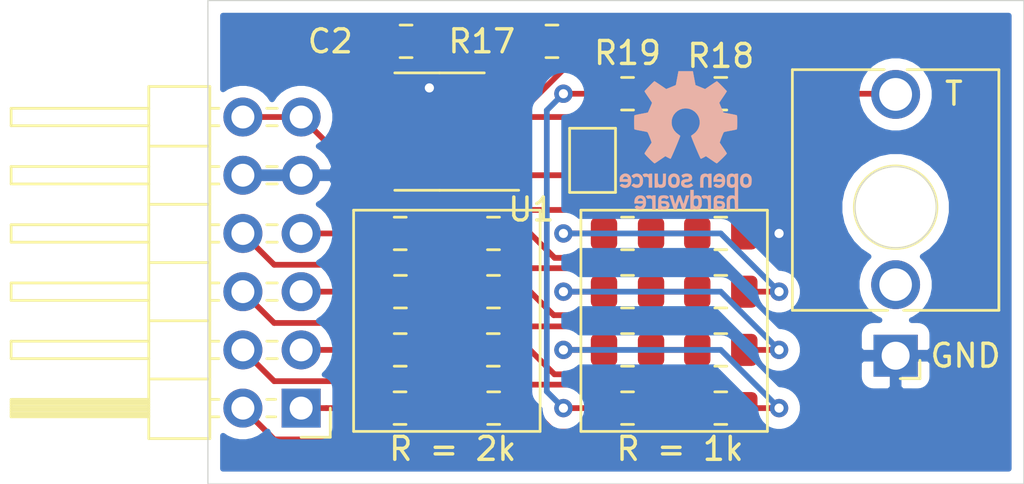
<source format=kicad_pcb>
(kicad_pcb (version 20171130) (host pcbnew "(5.1.5)-3")

  (general
    (thickness 1.6)
    (drawings 18)
    (tracks 127)
    (zones 0)
    (modules 25)
    (nets 23)
  )

  (page A4)
  (layers
    (0 F.Cu signal)
    (31 B.Cu signal)
    (32 B.Adhes user)
    (33 F.Adhes user)
    (34 B.Paste user)
    (35 F.Paste user)
    (36 B.SilkS user)
    (37 F.SilkS user)
    (38 B.Mask user)
    (39 F.Mask user)
    (40 Dwgs.User user)
    (41 Cmts.User user)
    (42 Eco1.User user hide)
    (43 Eco2.User user hide)
    (44 Edge.Cuts user)
    (45 Margin user hide)
    (46 B.CrtYd user hide)
    (47 F.CrtYd user)
    (48 B.Fab user hide)
    (49 F.Fab user hide)
  )

  (setup
    (last_trace_width 0.25)
    (trace_clearance 0.2)
    (zone_clearance 0.508)
    (zone_45_only no)
    (trace_min 0.2)
    (via_size 0.8)
    (via_drill 0.4)
    (via_min_size 0.4)
    (via_min_drill 0.3)
    (uvia_size 0.3)
    (uvia_drill 0.1)
    (uvias_allowed no)
    (uvia_min_size 0.2)
    (uvia_min_drill 0.1)
    (edge_width 0.05)
    (segment_width 0.2)
    (pcb_text_width 0.3)
    (pcb_text_size 1.5 1.5)
    (mod_edge_width 0.12)
    (mod_text_size 1 1)
    (mod_text_width 0.15)
    (pad_size 1.524 1.524)
    (pad_drill 0.762)
    (pad_to_mask_clearance 0.051)
    (solder_mask_min_width 0.25)
    (aux_axis_origin 0 0)
    (visible_elements 7FFFFFFF)
    (pcbplotparams
      (layerselection 0x010fc_ffffffff)
      (usegerberextensions false)
      (usegerberattributes false)
      (usegerberadvancedattributes false)
      (creategerberjobfile false)
      (excludeedgelayer true)
      (linewidth 0.100000)
      (plotframeref false)
      (viasonmask false)
      (mode 1)
      (useauxorigin false)
      (hpglpennumber 1)
      (hpglpenspeed 20)
      (hpglpendiameter 15.000000)
      (psnegative false)
      (psa4output false)
      (plotreference true)
      (plotvalue true)
      (plotinvisibletext false)
      (padsonsilk false)
      (subtractmaskfromsilk false)
      (outputformat 1)
      (mirror false)
      (drillshape 1)
      (scaleselection 1)
      (outputdirectory ""))
  )

  (net 0 "")
  (net 1 "Net-(J2-PadT)")
  (net 2 "Net-(J1-Pad1)")
  (net 3 "Net-(R10-Pad1)")
  (net 4 "Net-(J1-Pad2)")
  (net 5 "Net-(R10-Pad2)")
  (net 6 "Net-(J1-Pad3)")
  (net 7 "Net-(R11-Pad2)")
  (net 8 "Net-(J1-Pad4)")
  (net 9 "Net-(R12-Pad2)")
  (net 10 "Net-(J1-Pad5)")
  (net 11 "Net-(R13-Pad2)")
  (net 12 "Net-(J1-Pad6)")
  (net 13 "Net-(R14-Pad2)")
  (net 14 "Net-(J1-Pad7)")
  (net 15 "Net-(R15-Pad2)")
  (net 16 "Net-(J1-Pad8)")
  (net 17 GND)
  (net 18 VCC)
  (net 19 "Net-(JP1-Pad1)")
  (net 20 "Net-(JP1-Pad2)")
  (net 21 "Net-(U1-Pad6)")
  (net 22 "Net-(R1-Pad2)")

  (net_class Default "This is the default net class."
    (clearance 0.2)
    (trace_width 0.25)
    (via_dia 0.8)
    (via_drill 0.4)
    (uvia_dia 0.3)
    (uvia_drill 0.1)
    (add_net GND)
    (add_net "Net-(J1-Pad1)")
    (add_net "Net-(J1-Pad2)")
    (add_net "Net-(J1-Pad3)")
    (add_net "Net-(J1-Pad4)")
    (add_net "Net-(J1-Pad5)")
    (add_net "Net-(J1-Pad6)")
    (add_net "Net-(J1-Pad7)")
    (add_net "Net-(J1-Pad8)")
    (add_net "Net-(J2-PadT)")
    (add_net "Net-(JP1-Pad1)")
    (add_net "Net-(JP1-Pad2)")
    (add_net "Net-(R1-Pad2)")
    (add_net "Net-(R10-Pad1)")
    (add_net "Net-(R10-Pad2)")
    (add_net "Net-(R11-Pad2)")
    (add_net "Net-(R12-Pad2)")
    (add_net "Net-(R13-Pad2)")
    (add_net "Net-(R14-Pad2)")
    (add_net "Net-(R15-Pad2)")
    (add_net "Net-(U1-Pad6)")
    (add_net VCC)
  )

  (module Symbol:OSHW-Logo_5.7x6mm_SilkScreen (layer B.Cu) (tedit 0) (tstamp 622686EC)
    (at 65.532 50.292 180)
    (descr "Open Source Hardware Logo")
    (tags "Logo OSHW")
    (attr virtual)
    (fp_text reference REF** (at 0 0) (layer B.SilkS) hide
      (effects (font (size 1 1) (thickness 0.15)) (justify mirror))
    )
    (fp_text value OSHW-Logo_5.7x6mm_SilkScreen (at 0.75 0) (layer B.Fab) hide
      (effects (font (size 1 1) (thickness 0.15)) (justify mirror))
    )
    (fp_poly (pts (xy 0.376964 2.709982) (xy 0.433812 2.40843) (xy 0.853338 2.235488) (xy 1.104984 2.406605)
      (xy 1.175458 2.45425) (xy 1.239163 2.49679) (xy 1.293126 2.532285) (xy 1.334373 2.55879)
      (xy 1.359934 2.574364) (xy 1.366895 2.577722) (xy 1.379435 2.569086) (xy 1.406231 2.545208)
      (xy 1.44428 2.509141) (xy 1.490579 2.463933) (xy 1.542123 2.412636) (xy 1.595909 2.358299)
      (xy 1.648935 2.303972) (xy 1.698195 2.252705) (xy 1.740687 2.207549) (xy 1.773407 2.171554)
      (xy 1.793351 2.14777) (xy 1.798119 2.13981) (xy 1.791257 2.125135) (xy 1.77202 2.092986)
      (xy 1.74243 2.046508) (xy 1.70451 1.988844) (xy 1.660282 1.92314) (xy 1.634654 1.885664)
      (xy 1.587941 1.817232) (xy 1.546432 1.75548) (xy 1.51214 1.703481) (xy 1.48708 1.664308)
      (xy 1.473264 1.641035) (xy 1.471188 1.636145) (xy 1.475895 1.622245) (xy 1.488723 1.58985)
      (xy 1.507738 1.543515) (xy 1.531003 1.487794) (xy 1.556584 1.427242) (xy 1.582545 1.366414)
      (xy 1.60695 1.309864) (xy 1.627863 1.262148) (xy 1.643349 1.227819) (xy 1.651472 1.211432)
      (xy 1.651952 1.210788) (xy 1.664707 1.207659) (xy 1.698677 1.200679) (xy 1.75034 1.190533)
      (xy 1.816176 1.177908) (xy 1.892664 1.163491) (xy 1.93729 1.155177) (xy 2.019021 1.139616)
      (xy 2.092843 1.124808) (xy 2.155021 1.111564) (xy 2.201822 1.100695) (xy 2.229509 1.093011)
      (xy 2.235074 1.090573) (xy 2.240526 1.07407) (xy 2.244924 1.0368) (xy 2.248272 0.98312)
      (xy 2.250574 0.917388) (xy 2.251832 0.843963) (xy 2.252048 0.767204) (xy 2.251227 0.691468)
      (xy 2.249371 0.621114) (xy 2.246482 0.5605) (xy 2.242565 0.513984) (xy 2.237622 0.485925)
      (xy 2.234657 0.480084) (xy 2.216934 0.473083) (xy 2.179381 0.463073) (xy 2.126964 0.451231)
      (xy 2.064652 0.438733) (xy 2.0429 0.43469) (xy 1.938024 0.41548) (xy 1.85518 0.400009)
      (xy 1.79163 0.387663) (xy 1.744637 0.377827) (xy 1.711463 0.369886) (xy 1.689371 0.363224)
      (xy 1.675624 0.357227) (xy 1.667484 0.351281) (xy 1.666345 0.350106) (xy 1.654977 0.331174)
      (xy 1.637635 0.294331) (xy 1.61605 0.244087) (xy 1.591954 0.184954) (xy 1.567079 0.121444)
      (xy 1.543157 0.058068) (xy 1.521919 -0.000662) (xy 1.505097 -0.050235) (xy 1.494422 -0.086139)
      (xy 1.491627 -0.103862) (xy 1.49186 -0.104483) (xy 1.501331 -0.11897) (xy 1.522818 -0.150844)
      (xy 1.554063 -0.196789) (xy 1.592807 -0.253485) (xy 1.636793 -0.317617) (xy 1.649319 -0.335842)
      (xy 1.693984 -0.401914) (xy 1.733288 -0.4622) (xy 1.765088 -0.513235) (xy 1.787245 -0.55156)
      (xy 1.797617 -0.573711) (xy 1.798119 -0.576432) (xy 1.789405 -0.590736) (xy 1.765325 -0.619072)
      (xy 1.728976 -0.658396) (xy 1.683453 -0.705661) (xy 1.631852 -0.757823) (xy 1.577267 -0.811835)
      (xy 1.522794 -0.864653) (xy 1.471529 -0.913231) (xy 1.426567 -0.954523) (xy 1.391004 -0.985485)
      (xy 1.367935 -1.00307) (xy 1.361554 -1.005941) (xy 1.346699 -0.999178) (xy 1.316286 -0.980939)
      (xy 1.275268 -0.954297) (xy 1.243709 -0.932852) (xy 1.186525 -0.893503) (xy 1.118806 -0.847171)
      (xy 1.05088 -0.800913) (xy 1.014361 -0.776155) (xy 0.890752 -0.692547) (xy 0.786991 -0.74865)
      (xy 0.73972 -0.773228) (xy 0.699523 -0.792331) (xy 0.672326 -0.803227) (xy 0.665402 -0.804743)
      (xy 0.657077 -0.793549) (xy 0.640654 -0.761917) (xy 0.617357 -0.712765) (xy 0.588414 -0.64901)
      (xy 0.55505 -0.573571) (xy 0.518491 -0.489364) (xy 0.479964 -0.399308) (xy 0.440694 -0.306321)
      (xy 0.401908 -0.21332) (xy 0.36483 -0.123223) (xy 0.330689 -0.038948) (xy 0.300708 0.036587)
      (xy 0.276116 0.100466) (xy 0.258136 0.149769) (xy 0.247997 0.181579) (xy 0.246366 0.192504)
      (xy 0.259291 0.206439) (xy 0.287589 0.22906) (xy 0.325346 0.255667) (xy 0.328515 0.257772)
      (xy 0.4261 0.335886) (xy 0.504786 0.427018) (xy 0.563891 0.528255) (xy 0.602732 0.636682)
      (xy 0.620628 0.749386) (xy 0.616897 0.863452) (xy 0.590857 0.975966) (xy 0.541825 1.084015)
      (xy 0.5274 1.107655) (xy 0.452369 1.203113) (xy 0.36373 1.279768) (xy 0.264549 1.33722)
      (xy 0.157895 1.375071) (xy 0.046836 1.392922) (xy -0.065561 1.390375) (xy -0.176227 1.36703)
      (xy -0.282094 1.32249) (xy -0.380095 1.256355) (xy -0.41041 1.229513) (xy -0.487562 1.145488)
      (xy -0.543782 1.057034) (xy -0.582347 0.957885) (xy -0.603826 0.859697) (xy -0.609128 0.749303)
      (xy -0.591448 0.63836) (xy -0.552581 0.530619) (xy -0.494323 0.429831) (xy -0.418469 0.339744)
      (xy -0.326817 0.264108) (xy -0.314772 0.256136) (xy -0.276611 0.230026) (xy -0.247601 0.207405)
      (xy -0.233732 0.192961) (xy -0.233531 0.192504) (xy -0.236508 0.176879) (xy -0.248311 0.141418)
      (xy -0.267714 0.089038) (xy -0.293488 0.022655) (xy -0.324409 -0.054814) (xy -0.359249 -0.14045)
      (xy -0.396783 -0.231337) (xy -0.435783 -0.324559) (xy -0.475023 -0.417197) (xy -0.513276 -0.506335)
      (xy -0.549317 -0.589055) (xy -0.581917 -0.662441) (xy -0.609852 -0.723575) (xy -0.631895 -0.769541)
      (xy -0.646818 -0.797421) (xy -0.652828 -0.804743) (xy -0.671191 -0.799041) (xy -0.705552 -0.783749)
      (xy -0.749984 -0.761599) (xy -0.774417 -0.74865) (xy -0.878178 -0.692547) (xy -1.001787 -0.776155)
      (xy -1.064886 -0.818987) (xy -1.13397 -0.866122) (xy -1.198707 -0.910503) (xy -1.231134 -0.932852)
      (xy -1.276741 -0.963477) (xy -1.31536 -0.987747) (xy -1.341952 -1.002587) (xy -1.35059 -1.005724)
      (xy -1.363161 -0.997261) (xy -1.390984 -0.973636) (xy -1.431361 -0.937302) (xy -1.481595 -0.890711)
      (xy -1.538988 -0.836317) (xy -1.575286 -0.801392) (xy -1.63879 -0.738996) (xy -1.693673 -0.683188)
      (xy -1.737714 -0.636354) (xy -1.768695 -0.600882) (xy -1.784398 -0.579161) (xy -1.785905 -0.574752)
      (xy -1.778914 -0.557985) (xy -1.759594 -0.524082) (xy -1.730091 -0.476476) (xy -1.692545 -0.418599)
      (xy -1.6491 -0.353884) (xy -1.636745 -0.335842) (xy -1.591727 -0.270267) (xy -1.55134 -0.211228)
      (xy -1.51784 -0.162042) (xy -1.493486 -0.126028) (xy -1.480536 -0.106502) (xy -1.479285 -0.104483)
      (xy -1.481156 -0.088922) (xy -1.491087 -0.054709) (xy -1.507347 -0.006355) (xy -1.528205 0.051629)
      (xy -1.551927 0.11473) (xy -1.576784 0.178437) (xy -1.601042 0.238239) (xy -1.622971 0.289624)
      (xy -1.640838 0.328081) (xy -1.652913 0.349098) (xy -1.653771 0.350106) (xy -1.661154 0.356112)
      (xy -1.673625 0.362052) (xy -1.69392 0.36854) (xy -1.724778 0.376191) (xy -1.768934 0.38562)
      (xy -1.829126 0.397441) (xy -1.908093 0.412271) (xy -2.00857 0.430723) (xy -2.030325 0.43469)
      (xy -2.094802 0.447147) (xy -2.151011 0.459334) (xy -2.193987 0.470074) (xy -2.21876 0.478191)
      (xy -2.222082 0.480084) (xy -2.227556 0.496862) (xy -2.232006 0.534355) (xy -2.235428 0.588206)
      (xy -2.237819 0.654056) (xy -2.239177 0.727547) (xy -2.239499 0.80432) (xy -2.238781 0.880017)
      (xy -2.237021 0.95028) (xy -2.234216 1.01075) (xy -2.230362 1.05707) (xy -2.225457 1.084881)
      (xy -2.2225 1.090573) (xy -2.206037 1.096314) (xy -2.168551 1.105655) (xy -2.113775 1.117785)
      (xy -2.045445 1.131893) (xy -1.967294 1.14717) (xy -1.924716 1.155177) (xy -1.843929 1.170279)
      (xy -1.771887 1.18396) (xy -1.712111 1.195533) (xy -1.668121 1.204313) (xy -1.643439 1.209613)
      (xy -1.639377 1.210788) (xy -1.632511 1.224035) (xy -1.617998 1.255943) (xy -1.597771 1.301953)
      (xy -1.573766 1.357508) (xy -1.547918 1.418047) (xy -1.52216 1.479014) (xy -1.498427 1.535849)
      (xy -1.478654 1.583994) (xy -1.464776 1.61889) (xy -1.458726 1.635979) (xy -1.458614 1.636726)
      (xy -1.465472 1.650207) (xy -1.484698 1.68123) (xy -1.514272 1.726711) (xy -1.552173 1.783568)
      (xy -1.59638 1.848717) (xy -1.622079 1.886138) (xy -1.668907 1.954753) (xy -1.710499 2.017048)
      (xy -1.744825 2.069871) (xy -1.769857 2.110073) (xy -1.783565 2.1345) (xy -1.785544 2.139976)
      (xy -1.777034 2.152722) (xy -1.753507 2.179937) (xy -1.717968 2.218572) (xy -1.673423 2.265577)
      (xy -1.622877 2.317905) (xy -1.569336 2.372505) (xy -1.515805 2.42633) (xy -1.465289 2.47633)
      (xy -1.420794 2.519457) (xy -1.385325 2.552661) (xy -1.361887 2.572894) (xy -1.354046 2.577722)
      (xy -1.34128 2.570933) (xy -1.310744 2.551858) (xy -1.26541 2.522439) (xy -1.208244 2.484619)
      (xy -1.142216 2.440339) (xy -1.09241 2.406605) (xy -0.840764 2.235488) (xy -0.631001 2.321959)
      (xy -0.421237 2.40843) (xy -0.364389 2.709982) (xy -0.30754 3.011534) (xy 0.320115 3.011534)
      (xy 0.376964 2.709982)) (layer B.SilkS) (width 0.01))
    (fp_poly (pts (xy 1.79946 -1.45803) (xy 1.842711 -1.471245) (xy 1.870558 -1.487941) (xy 1.879629 -1.501145)
      (xy 1.877132 -1.516797) (xy 1.860931 -1.541385) (xy 1.847232 -1.5588) (xy 1.818992 -1.590283)
      (xy 1.797775 -1.603529) (xy 1.779688 -1.602664) (xy 1.726035 -1.58901) (xy 1.68663 -1.58963)
      (xy 1.654632 -1.605104) (xy 1.64389 -1.614161) (xy 1.609505 -1.646027) (xy 1.609505 -2.062179)
      (xy 1.471188 -2.062179) (xy 1.471188 -1.458614) (xy 1.540347 -1.458614) (xy 1.581869 -1.460256)
      (xy 1.603291 -1.466087) (xy 1.609502 -1.477461) (xy 1.609505 -1.477798) (xy 1.612439 -1.489713)
      (xy 1.625704 -1.488159) (xy 1.644084 -1.479563) (xy 1.682046 -1.463568) (xy 1.712872 -1.453945)
      (xy 1.752536 -1.451478) (xy 1.79946 -1.45803)) (layer B.SilkS) (width 0.01))
    (fp_poly (pts (xy -0.754012 -1.469002) (xy -0.722717 -1.48395) (xy -0.692409 -1.505541) (xy -0.669318 -1.530391)
      (xy -0.6525 -1.562087) (xy -0.641006 -1.604214) (xy -0.633891 -1.660358) (xy -0.630207 -1.734106)
      (xy -0.629008 -1.829044) (xy -0.628989 -1.838985) (xy -0.628713 -2.062179) (xy -0.76703 -2.062179)
      (xy -0.76703 -1.856418) (xy -0.767128 -1.780189) (xy -0.767809 -1.724939) (xy -0.769651 -1.686501)
      (xy -0.773233 -1.660706) (xy -0.779132 -1.643384) (xy -0.787927 -1.630368) (xy -0.80018 -1.617507)
      (xy -0.843047 -1.589873) (xy -0.889843 -1.584745) (xy -0.934424 -1.602217) (xy -0.949928 -1.615221)
      (xy -0.96131 -1.627447) (xy -0.969481 -1.64054) (xy -0.974974 -1.658615) (xy -0.97832 -1.685787)
      (xy -0.980051 -1.72617) (xy -0.980697 -1.783879) (xy -0.980792 -1.854132) (xy -0.980792 -2.062179)
      (xy -1.119109 -2.062179) (xy -1.119109 -1.458614) (xy -1.04995 -1.458614) (xy -1.008428 -1.460256)
      (xy -0.987006 -1.466087) (xy -0.980795 -1.477461) (xy -0.980792 -1.477798) (xy -0.97791 -1.488938)
      (xy -0.965199 -1.487674) (xy -0.939926 -1.475434) (xy -0.882605 -1.457424) (xy -0.817037 -1.455421)
      (xy -0.754012 -1.469002)) (layer B.SilkS) (width 0.01))
    (fp_poly (pts (xy 2.677898 -1.456457) (xy 2.710096 -1.464279) (xy 2.771825 -1.492921) (xy 2.82461 -1.536667)
      (xy 2.861141 -1.589117) (xy 2.86616 -1.600893) (xy 2.873045 -1.63174) (xy 2.877864 -1.677371)
      (xy 2.879505 -1.723492) (xy 2.879505 -1.810693) (xy 2.697178 -1.810693) (xy 2.621979 -1.810978)
      (xy 2.569003 -1.812704) (xy 2.535325 -1.817181) (xy 2.51802 -1.82572) (xy 2.514163 -1.83963)
      (xy 2.520829 -1.860222) (xy 2.53277 -1.884315) (xy 2.56608 -1.924525) (xy 2.612368 -1.944558)
      (xy 2.668944 -1.943905) (xy 2.733031 -1.922101) (xy 2.788417 -1.895193) (xy 2.834375 -1.931532)
      (xy 2.880333 -1.967872) (xy 2.837096 -2.007819) (xy 2.779374 -2.045563) (xy 2.708386 -2.06832)
      (xy 2.632029 -2.074688) (xy 2.558199 -2.063268) (xy 2.546287 -2.059393) (xy 2.481399 -2.025506)
      (xy 2.43313 -1.974986) (xy 2.400465 -1.906325) (xy 2.382385 -1.818014) (xy 2.382175 -1.816121)
      (xy 2.380556 -1.719878) (xy 2.3871 -1.685542) (xy 2.514852 -1.685542) (xy 2.526584 -1.690822)
      (xy 2.558438 -1.694867) (xy 2.605397 -1.697176) (xy 2.635154 -1.697525) (xy 2.690648 -1.697306)
      (xy 2.725346 -1.695916) (xy 2.743601 -1.692251) (xy 2.749766 -1.68521) (xy 2.748195 -1.67369)
      (xy 2.746878 -1.669233) (xy 2.724382 -1.627355) (xy 2.689003 -1.593604) (xy 2.65778 -1.578773)
      (xy 2.616301 -1.579668) (xy 2.574269 -1.598164) (xy 2.539012 -1.628786) (xy 2.517854 -1.666062)
      (xy 2.514852 -1.685542) (xy 2.3871 -1.685542) (xy 2.39669 -1.635229) (xy 2.428698 -1.564191)
      (xy 2.474701 -1.508779) (xy 2.532821 -1.471009) (xy 2.60118 -1.452896) (xy 2.677898 -1.456457)) (layer B.SilkS) (width 0.01))
    (fp_poly (pts (xy 2.217226 -1.46388) (xy 2.29008 -1.49483) (xy 2.313027 -1.509895) (xy 2.342354 -1.533048)
      (xy 2.360764 -1.551253) (xy 2.363961 -1.557183) (xy 2.354935 -1.57034) (xy 2.331837 -1.592667)
      (xy 2.313344 -1.60825) (xy 2.262728 -1.648926) (xy 2.22276 -1.615295) (xy 2.191874 -1.593584)
      (xy 2.161759 -1.58609) (xy 2.127292 -1.58792) (xy 2.072561 -1.601528) (xy 2.034886 -1.629772)
      (xy 2.011991 -1.675433) (xy 2.001597 -1.741289) (xy 2.001595 -1.741331) (xy 2.002494 -1.814939)
      (xy 2.016463 -1.868946) (xy 2.044328 -1.905716) (xy 2.063325 -1.918168) (xy 2.113776 -1.933673)
      (xy 2.167663 -1.933683) (xy 2.214546 -1.918638) (xy 2.225644 -1.911287) (xy 2.253476 -1.892511)
      (xy 2.275236 -1.889434) (xy 2.298704 -1.903409) (xy 2.324649 -1.92851) (xy 2.365716 -1.97088)
      (xy 2.320121 -2.008464) (xy 2.249674 -2.050882) (xy 2.170233 -2.071785) (xy 2.087215 -2.070272)
      (xy 2.032694 -2.056411) (xy 1.96897 -2.022135) (xy 1.918005 -1.968212) (xy 1.894851 -1.930149)
      (xy 1.876099 -1.875536) (xy 1.866715 -1.806369) (xy 1.866643 -1.731407) (xy 1.875824 -1.659409)
      (xy 1.894199 -1.599137) (xy 1.897093 -1.592958) (xy 1.939952 -1.532351) (xy 1.997979 -1.488224)
      (xy 2.066591 -1.461493) (xy 2.141201 -1.453073) (xy 2.217226 -1.46388)) (layer B.SilkS) (width 0.01))
    (fp_poly (pts (xy 0.993367 -1.654342) (xy 0.994555 -1.746563) (xy 0.998897 -1.81661) (xy 1.007558 -1.867381)
      (xy 1.021704 -1.901772) (xy 1.0425 -1.922679) (xy 1.07111 -1.933) (xy 1.106535 -1.935636)
      (xy 1.143636 -1.932682) (xy 1.171818 -1.921889) (xy 1.192243 -1.90036) (xy 1.206079 -1.865199)
      (xy 1.214491 -1.81351) (xy 1.218643 -1.742394) (xy 1.219703 -1.654342) (xy 1.219703 -1.458614)
      (xy 1.35802 -1.458614) (xy 1.35802 -2.062179) (xy 1.288862 -2.062179) (xy 1.24717 -2.060489)
      (xy 1.225701 -2.054556) (xy 1.219703 -2.043293) (xy 1.216091 -2.033261) (xy 1.201714 -2.035383)
      (xy 1.172736 -2.04958) (xy 1.106319 -2.07148) (xy 1.035875 -2.069928) (xy 0.968377 -2.046147)
      (xy 0.936233 -2.027362) (xy 0.911715 -2.007022) (xy 0.893804 -1.981573) (xy 0.881479 -1.947458)
      (xy 0.873723 -1.901121) (xy 0.869516 -1.839007) (xy 0.86784 -1.757561) (xy 0.867624 -1.694578)
      (xy 0.867624 -1.458614) (xy 0.993367 -1.458614) (xy 0.993367 -1.654342)) (layer B.SilkS) (width 0.01))
    (fp_poly (pts (xy 0.610762 -1.466055) (xy 0.674363 -1.500692) (xy 0.724123 -1.555372) (xy 0.747568 -1.599842)
      (xy 0.757634 -1.639121) (xy 0.764156 -1.695116) (xy 0.766951 -1.759621) (xy 0.765836 -1.824429)
      (xy 0.760626 -1.881334) (xy 0.754541 -1.911727) (xy 0.734014 -1.953306) (xy 0.698463 -1.997468)
      (xy 0.655619 -2.036087) (xy 0.613211 -2.061034) (xy 0.612177 -2.06143) (xy 0.559553 -2.072331)
      (xy 0.497188 -2.072601) (xy 0.437924 -2.062676) (xy 0.41504 -2.054722) (xy 0.356102 -2.0213)
      (xy 0.31389 -1.977511) (xy 0.286156 -1.919538) (xy 0.270651 -1.843565) (xy 0.267143 -1.803771)
      (xy 0.26759 -1.753766) (xy 0.402376 -1.753766) (xy 0.406917 -1.826732) (xy 0.419986 -1.882334)
      (xy 0.440756 -1.917861) (xy 0.455552 -1.92802) (xy 0.493464 -1.935104) (xy 0.538527 -1.933007)
      (xy 0.577487 -1.922812) (xy 0.587704 -1.917204) (xy 0.614659 -1.884538) (xy 0.632451 -1.834545)
      (xy 0.640024 -1.773705) (xy 0.636325 -1.708497) (xy 0.628057 -1.669253) (xy 0.60432 -1.623805)
      (xy 0.566849 -1.595396) (xy 0.52172 -1.585573) (xy 0.475011 -1.595887) (xy 0.439132 -1.621112)
      (xy 0.420277 -1.641925) (xy 0.409272 -1.662439) (xy 0.404026 -1.690203) (xy 0.402449 -1.732762)
      (xy 0.402376 -1.753766) (xy 0.26759 -1.753766) (xy 0.268094 -1.69758) (xy 0.285388 -1.610501)
      (xy 0.319029 -1.54253) (xy 0.369018 -1.493664) (xy 0.435356 -1.463899) (xy 0.449601 -1.460448)
      (xy 0.53521 -1.452345) (xy 0.610762 -1.466055)) (layer B.SilkS) (width 0.01))
    (fp_poly (pts (xy 0.014017 -1.456452) (xy 0.061634 -1.465482) (xy 0.111034 -1.48437) (xy 0.116312 -1.486777)
      (xy 0.153774 -1.506476) (xy 0.179717 -1.524781) (xy 0.188103 -1.536508) (xy 0.180117 -1.555632)
      (xy 0.16072 -1.58385) (xy 0.15211 -1.594384) (xy 0.116628 -1.635847) (xy 0.070885 -1.608858)
      (xy 0.02735 -1.590878) (xy -0.02295 -1.581267) (xy -0.071188 -1.58066) (xy -0.108533 -1.589691)
      (xy -0.117495 -1.595327) (xy -0.134563 -1.621171) (xy -0.136637 -1.650941) (xy -0.123866 -1.674197)
      (xy -0.116312 -1.678708) (xy -0.093675 -1.684309) (xy -0.053885 -1.690892) (xy -0.004834 -1.697183)
      (xy 0.004215 -1.69817) (xy 0.082996 -1.711798) (xy 0.140136 -1.734946) (xy 0.17803 -1.769752)
      (xy 0.199079 -1.818354) (xy 0.205635 -1.877718) (xy 0.196577 -1.945198) (xy 0.167164 -1.998188)
      (xy 0.117278 -2.036783) (xy 0.0468 -2.061081) (xy -0.031435 -2.070667) (xy -0.095234 -2.070552)
      (xy -0.146984 -2.061845) (xy -0.182327 -2.049825) (xy -0.226983 -2.02888) (xy -0.268253 -2.004574)
      (xy -0.282921 -1.993876) (xy -0.320643 -1.963084) (xy -0.275148 -1.917049) (xy -0.229653 -1.871013)
      (xy -0.177928 -1.905243) (xy -0.126048 -1.930952) (xy -0.070649 -1.944399) (xy -0.017395 -1.945818)
      (xy 0.028049 -1.935443) (xy 0.060016 -1.913507) (xy 0.070338 -1.894998) (xy 0.068789 -1.865314)
      (xy 0.04314 -1.842615) (xy -0.00654 -1.82694) (xy -0.060969 -1.819695) (xy -0.144736 -1.805873)
      (xy -0.206967 -1.779796) (xy -0.248493 -1.740699) (xy -0.270147 -1.68782) (xy -0.273147 -1.625126)
      (xy -0.258329 -1.559642) (xy -0.224546 -1.510144) (xy -0.171495 -1.476408) (xy -0.098874 -1.458207)
      (xy -0.045072 -1.454639) (xy 0.014017 -1.456452)) (layer B.SilkS) (width 0.01))
    (fp_poly (pts (xy -1.356699 -1.472614) (xy -1.344168 -1.478514) (xy -1.300799 -1.510283) (xy -1.25979 -1.556646)
      (xy -1.229168 -1.607696) (xy -1.220459 -1.631166) (xy -1.212512 -1.673091) (xy -1.207774 -1.723757)
      (xy -1.207199 -1.744679) (xy -1.207129 -1.810693) (xy -1.587083 -1.810693) (xy -1.578983 -1.845273)
      (xy -1.559104 -1.88617) (xy -1.524347 -1.921514) (xy -1.482998 -1.944282) (xy -1.456649 -1.94901)
      (xy -1.420916 -1.943273) (xy -1.378282 -1.928882) (xy -1.363799 -1.922262) (xy -1.31024 -1.895513)
      (xy -1.264533 -1.930376) (xy -1.238158 -1.953955) (xy -1.224124 -1.973417) (xy -1.223414 -1.979129)
      (xy -1.235951 -1.992973) (xy -1.263428 -2.014012) (xy -1.288366 -2.030425) (xy -1.355664 -2.05993)
      (xy -1.43111 -2.073284) (xy -1.505888 -2.069812) (xy -1.565495 -2.051663) (xy -1.626941 -2.012784)
      (xy -1.670608 -1.961595) (xy -1.697926 -1.895367) (xy -1.710322 -1.811371) (xy -1.711421 -1.772936)
      (xy -1.707022 -1.684861) (xy -1.706482 -1.682299) (xy -1.580582 -1.682299) (xy -1.577115 -1.690558)
      (xy -1.562863 -1.695113) (xy -1.53347 -1.697065) (xy -1.484575 -1.697517) (xy -1.465748 -1.697525)
      (xy -1.408467 -1.696843) (xy -1.372141 -1.694364) (xy -1.352604 -1.689443) (xy -1.34569 -1.681434)
      (xy -1.345445 -1.678862) (xy -1.353336 -1.658423) (xy -1.373085 -1.629789) (xy -1.381575 -1.619763)
      (xy -1.413094 -1.591408) (xy -1.445949 -1.580259) (xy -1.463651 -1.579327) (xy -1.511539 -1.590981)
      (xy -1.551699 -1.622285) (xy -1.577173 -1.667752) (xy -1.577625 -1.669233) (xy -1.580582 -1.682299)
      (xy -1.706482 -1.682299) (xy -1.692392 -1.61551) (xy -1.666038 -1.560025) (xy -1.633807 -1.520639)
      (xy -1.574217 -1.477931) (xy -1.504168 -1.455109) (xy -1.429661 -1.453046) (xy -1.356699 -1.472614)) (layer B.SilkS) (width 0.01))
    (fp_poly (pts (xy -2.538261 -1.465148) (xy -2.472479 -1.494231) (xy -2.42254 -1.542793) (xy -2.388374 -1.610908)
      (xy -2.369907 -1.698651) (xy -2.368583 -1.712351) (xy -2.367546 -1.808939) (xy -2.380993 -1.893602)
      (xy -2.408108 -1.962221) (xy -2.422627 -1.984294) (xy -2.473201 -2.031011) (xy -2.537609 -2.061268)
      (xy -2.609666 -2.073824) (xy -2.683185 -2.067439) (xy -2.739072 -2.047772) (xy -2.787132 -2.014629)
      (xy -2.826412 -1.971175) (xy -2.827092 -1.970158) (xy -2.843044 -1.943338) (xy -2.85341 -1.916368)
      (xy -2.859688 -1.882332) (xy -2.863373 -1.83431) (xy -2.864997 -1.794931) (xy -2.865672 -1.759219)
      (xy -2.739955 -1.759219) (xy -2.738726 -1.79477) (xy -2.734266 -1.842094) (xy -2.726397 -1.872465)
      (xy -2.712207 -1.894072) (xy -2.698917 -1.906694) (xy -2.651802 -1.933122) (xy -2.602505 -1.936653)
      (xy -2.556593 -1.917639) (xy -2.533638 -1.896331) (xy -2.517096 -1.874859) (xy -2.507421 -1.854313)
      (xy -2.503174 -1.827574) (xy -2.50292 -1.787523) (xy -2.504228 -1.750638) (xy -2.507043 -1.697947)
      (xy -2.511505 -1.663772) (xy -2.519548 -1.64148) (xy -2.533103 -1.624442) (xy -2.543845 -1.614703)
      (xy -2.588777 -1.589123) (xy -2.637249 -1.587847) (xy -2.677894 -1.602999) (xy -2.712567 -1.634642)
      (xy -2.733224 -1.68662) (xy -2.739955 -1.759219) (xy -2.865672 -1.759219) (xy -2.866479 -1.716621)
      (xy -2.863948 -1.658056) (xy -2.856362 -1.614007) (xy -2.842681 -1.579248) (xy -2.821865 -1.548551)
      (xy -2.814147 -1.539436) (xy -2.765889 -1.494021) (xy -2.714128 -1.467493) (xy -2.650828 -1.456379)
      (xy -2.619961 -1.455471) (xy -2.538261 -1.465148)) (layer B.SilkS) (width 0.01))
    (fp_poly (pts (xy 2.032581 -2.40497) (xy 2.092685 -2.420597) (xy 2.143021 -2.452848) (xy 2.167393 -2.47694)
      (xy 2.207345 -2.533895) (xy 2.230242 -2.599965) (xy 2.238108 -2.681182) (xy 2.238148 -2.687748)
      (xy 2.238218 -2.753763) (xy 1.858264 -2.753763) (xy 1.866363 -2.788342) (xy 1.880987 -2.819659)
      (xy 1.906581 -2.852291) (xy 1.911935 -2.8575) (xy 1.957943 -2.885694) (xy 2.01041 -2.890475)
      (xy 2.070803 -2.871926) (xy 2.08104 -2.866931) (xy 2.112439 -2.851745) (xy 2.13347 -2.843094)
      (xy 2.137139 -2.842293) (xy 2.149948 -2.850063) (xy 2.174378 -2.869072) (xy 2.186779 -2.87946)
      (xy 2.212476 -2.903321) (xy 2.220915 -2.919077) (xy 2.215058 -2.933571) (xy 2.211928 -2.937534)
      (xy 2.190725 -2.954879) (xy 2.155738 -2.975959) (xy 2.131337 -2.988265) (xy 2.062072 -3.009946)
      (xy 1.985388 -3.016971) (xy 1.912765 -3.008647) (xy 1.892426 -3.002686) (xy 1.829476 -2.968952)
      (xy 1.782815 -2.917045) (xy 1.752173 -2.846459) (xy 1.737282 -2.756692) (xy 1.735647 -2.709753)
      (xy 1.740421 -2.641413) (xy 1.86099 -2.641413) (xy 1.872652 -2.646465) (xy 1.903998 -2.650429)
      (xy 1.949571 -2.652768) (xy 1.980446 -2.653169) (xy 2.035981 -2.652783) (xy 2.071033 -2.650975)
      (xy 2.090262 -2.646773) (xy 2.09833 -2.639203) (xy 2.099901 -2.628218) (xy 2.089121 -2.594381)
      (xy 2.06198 -2.56094) (xy 2.026277 -2.535272) (xy 1.99056 -2.524772) (xy 1.942048 -2.534086)
      (xy 1.900053 -2.561013) (xy 1.870936 -2.599827) (xy 1.86099 -2.641413) (xy 1.740421 -2.641413)
      (xy 1.742599 -2.610236) (xy 1.764055 -2.530949) (xy 1.80047 -2.471263) (xy 1.852297 -2.430549)
      (xy 1.91999 -2.408179) (xy 1.956662 -2.403871) (xy 2.032581 -2.40497)) (layer B.SilkS) (width 0.01))
    (fp_poly (pts (xy 1.635255 -2.401486) (xy 1.683595 -2.411015) (xy 1.711114 -2.425125) (xy 1.740064 -2.448568)
      (xy 1.698876 -2.500571) (xy 1.673482 -2.532064) (xy 1.656238 -2.547428) (xy 1.639102 -2.549776)
      (xy 1.614027 -2.542217) (xy 1.602257 -2.537941) (xy 1.55427 -2.531631) (xy 1.510324 -2.545156)
      (xy 1.47806 -2.57571) (xy 1.472819 -2.585452) (xy 1.467112 -2.611258) (xy 1.462706 -2.658817)
      (xy 1.459811 -2.724758) (xy 1.458631 -2.80571) (xy 1.458614 -2.817226) (xy 1.458614 -3.017822)
      (xy 1.320297 -3.017822) (xy 1.320297 -2.401683) (xy 1.389456 -2.401683) (xy 1.429333 -2.402725)
      (xy 1.450107 -2.407358) (xy 1.457789 -2.417849) (xy 1.458614 -2.427745) (xy 1.458614 -2.453806)
      (xy 1.491745 -2.427745) (xy 1.529735 -2.409965) (xy 1.58077 -2.401174) (xy 1.635255 -2.401486)) (layer B.SilkS) (width 0.01))
    (fp_poly (pts (xy 1.038411 -2.405417) (xy 1.091411 -2.41829) (xy 1.106731 -2.42511) (xy 1.136428 -2.442974)
      (xy 1.15922 -2.463093) (xy 1.176083 -2.488962) (xy 1.187998 -2.524073) (xy 1.195942 -2.57192)
      (xy 1.200894 -2.635996) (xy 1.203831 -2.719794) (xy 1.204947 -2.775768) (xy 1.209052 -3.017822)
      (xy 1.138932 -3.017822) (xy 1.096393 -3.016038) (xy 1.074476 -3.009942) (xy 1.068812 -2.999706)
      (xy 1.065821 -2.988637) (xy 1.052451 -2.990754) (xy 1.034233 -2.999629) (xy 0.988624 -3.013233)
      (xy 0.930007 -3.016899) (xy 0.868354 -3.010903) (xy 0.813638 -2.995521) (xy 0.80873 -2.993386)
      (xy 0.758723 -2.958255) (xy 0.725756 -2.909419) (xy 0.710587 -2.852333) (xy 0.711746 -2.831824)
      (xy 0.835508 -2.831824) (xy 0.846413 -2.859425) (xy 0.878745 -2.879204) (xy 0.93091 -2.889819)
      (xy 0.958787 -2.891228) (xy 1.005247 -2.88762) (xy 1.036129 -2.873597) (xy 1.043664 -2.866931)
      (xy 1.064076 -2.830666) (xy 1.068812 -2.797773) (xy 1.068812 -2.753763) (xy 1.007513 -2.753763)
      (xy 0.936256 -2.757395) (xy 0.886276 -2.768818) (xy 0.854696 -2.788824) (xy 0.847626 -2.797743)
      (xy 0.835508 -2.831824) (xy 0.711746 -2.831824) (xy 0.713971 -2.792456) (xy 0.736663 -2.735244)
      (xy 0.767624 -2.69658) (xy 0.786376 -2.679864) (xy 0.804733 -2.668878) (xy 0.828619 -2.66218)
      (xy 0.863957 -2.658326) (xy 0.916669 -2.655873) (xy 0.937577 -2.655168) (xy 1.068812 -2.650879)
      (xy 1.06862 -2.611158) (xy 1.063537 -2.569405) (xy 1.045162 -2.544158) (xy 1.008039 -2.52803)
      (xy 1.007043 -2.527742) (xy 0.95441 -2.5214) (xy 0.902906 -2.529684) (xy 0.86463 -2.549827)
      (xy 0.849272 -2.559773) (xy 0.83273 -2.558397) (xy 0.807275 -2.543987) (xy 0.792328 -2.533817)
      (xy 0.763091 -2.512088) (xy 0.74498 -2.4958) (xy 0.742074 -2.491137) (xy 0.75404 -2.467005)
      (xy 0.789396 -2.438185) (xy 0.804753 -2.428461) (xy 0.848901 -2.411714) (xy 0.908398 -2.402227)
      (xy 0.974487 -2.400095) (xy 1.038411 -2.405417)) (layer B.SilkS) (width 0.01))
    (fp_poly (pts (xy 0.281524 -2.404237) (xy 0.331255 -2.407971) (xy 0.461291 -2.797773) (xy 0.481678 -2.728614)
      (xy 0.493946 -2.685874) (xy 0.510085 -2.628115) (xy 0.527512 -2.564625) (xy 0.536726 -2.53057)
      (xy 0.571388 -2.401683) (xy 0.714391 -2.401683) (xy 0.671646 -2.536857) (xy 0.650596 -2.603342)
      (xy 0.625167 -2.683539) (xy 0.59861 -2.767193) (xy 0.574902 -2.841782) (xy 0.520902 -3.011535)
      (xy 0.462598 -3.015328) (xy 0.404295 -3.019122) (xy 0.372679 -2.914734) (xy 0.353182 -2.849889)
      (xy 0.331904 -2.7784) (xy 0.313308 -2.715263) (xy 0.312574 -2.71275) (xy 0.298684 -2.669969)
      (xy 0.286429 -2.640779) (xy 0.277846 -2.629741) (xy 0.276082 -2.631018) (xy 0.269891 -2.64813)
      (xy 0.258128 -2.684787) (xy 0.242225 -2.736378) (xy 0.223614 -2.798294) (xy 0.213543 -2.832352)
      (xy 0.159007 -3.017822) (xy 0.043264 -3.017822) (xy -0.049263 -2.725471) (xy -0.075256 -2.643462)
      (xy -0.098934 -2.568987) (xy -0.11918 -2.505544) (xy -0.134874 -2.456632) (xy -0.144898 -2.425749)
      (xy -0.147945 -2.416726) (xy -0.145533 -2.407487) (xy -0.126592 -2.403441) (xy -0.087177 -2.403846)
      (xy -0.081007 -2.404152) (xy -0.007914 -2.407971) (xy 0.039957 -2.58401) (xy 0.057553 -2.648211)
      (xy 0.073277 -2.704649) (xy 0.085746 -2.748422) (xy 0.093574 -2.77463) (xy 0.09502 -2.778903)
      (xy 0.101014 -2.77399) (xy 0.113101 -2.748532) (xy 0.129893 -2.705997) (xy 0.150003 -2.64985)
      (xy 0.167003 -2.59913) (xy 0.231794 -2.400504) (xy 0.281524 -2.404237)) (layer B.SilkS) (width 0.01))
    (fp_poly (pts (xy -0.201188 -3.017822) (xy -0.270346 -3.017822) (xy -0.310488 -3.016645) (xy -0.331394 -3.011772)
      (xy -0.338922 -3.001186) (xy -0.339505 -2.994029) (xy -0.340774 -2.979676) (xy -0.348779 -2.976923)
      (xy -0.369815 -2.985771) (xy -0.386173 -2.994029) (xy -0.448977 -3.013597) (xy -0.517248 -3.014729)
      (xy -0.572752 -3.000135) (xy -0.624438 -2.964877) (xy -0.663838 -2.912835) (xy -0.685413 -2.85145)
      (xy -0.685962 -2.848018) (xy -0.689167 -2.810571) (xy -0.690761 -2.756813) (xy -0.690633 -2.716155)
      (xy -0.553279 -2.716155) (xy -0.550097 -2.770194) (xy -0.542859 -2.814735) (xy -0.53306 -2.839888)
      (xy -0.495989 -2.87426) (xy -0.451974 -2.886582) (xy -0.406584 -2.876618) (xy -0.367797 -2.846895)
      (xy -0.353108 -2.826905) (xy -0.344519 -2.80305) (xy -0.340496 -2.76823) (xy -0.339505 -2.71593)
      (xy -0.341278 -2.664139) (xy -0.345963 -2.618634) (xy -0.352603 -2.588181) (xy -0.35371 -2.585452)
      (xy -0.380491 -2.553) (xy -0.419579 -2.535183) (xy -0.463315 -2.532306) (xy -0.504038 -2.544674)
      (xy -0.534087 -2.572593) (xy -0.537204 -2.578148) (xy -0.546961 -2.612022) (xy -0.552277 -2.660728)
      (xy -0.553279 -2.716155) (xy -0.690633 -2.716155) (xy -0.690568 -2.69554) (xy -0.689664 -2.662563)
      (xy -0.683514 -2.580981) (xy -0.670733 -2.51973) (xy -0.649471 -2.474449) (xy -0.617878 -2.440779)
      (xy -0.587207 -2.421014) (xy -0.544354 -2.40712) (xy -0.491056 -2.402354) (xy -0.43648 -2.406236)
      (xy -0.389792 -2.418282) (xy -0.365124 -2.432693) (xy -0.339505 -2.455878) (xy -0.339505 -2.162773)
      (xy -0.201188 -2.162773) (xy -0.201188 -3.017822)) (layer B.SilkS) (width 0.01))
    (fp_poly (pts (xy -0.993356 -2.40302) (xy -0.974539 -2.40866) (xy -0.968473 -2.421053) (xy -0.968218 -2.426647)
      (xy -0.967129 -2.44223) (xy -0.959632 -2.444676) (xy -0.939381 -2.433993) (xy -0.927351 -2.426694)
      (xy -0.8894 -2.411063) (xy -0.844072 -2.403334) (xy -0.796544 -2.40274) (xy -0.751995 -2.408513)
      (xy -0.715602 -2.419884) (xy -0.692543 -2.436088) (xy -0.687996 -2.456355) (xy -0.690291 -2.461843)
      (xy -0.70702 -2.484626) (xy -0.732963 -2.512647) (xy -0.737655 -2.517177) (xy -0.762383 -2.538005)
      (xy -0.783718 -2.544735) (xy -0.813555 -2.540038) (xy -0.825508 -2.536917) (xy -0.862705 -2.529421)
      (xy -0.888859 -2.532792) (xy -0.910946 -2.544681) (xy -0.931178 -2.560635) (xy -0.946079 -2.5807)
      (xy -0.956434 -2.608702) (xy -0.963029 -2.648467) (xy -0.966649 -2.703823) (xy -0.968078 -2.778594)
      (xy -0.968218 -2.82374) (xy -0.968218 -3.017822) (xy -1.09396 -3.017822) (xy -1.09396 -2.401683)
      (xy -1.031089 -2.401683) (xy -0.993356 -2.40302)) (layer B.SilkS) (width 0.01))
    (fp_poly (pts (xy -1.38421 -2.406555) (xy -1.325055 -2.422339) (xy -1.280023 -2.450948) (xy -1.248246 -2.488419)
      (xy -1.238366 -2.504411) (xy -1.231073 -2.521163) (xy -1.225974 -2.542592) (xy -1.222679 -2.572616)
      (xy -1.220797 -2.615154) (xy -1.219937 -2.674122) (xy -1.219707 -2.75344) (xy -1.219703 -2.774484)
      (xy -1.219703 -3.017822) (xy -1.280059 -3.017822) (xy -1.318557 -3.015126) (xy -1.347023 -3.008295)
      (xy -1.354155 -3.004083) (xy -1.373652 -2.996813) (xy -1.393566 -3.004083) (xy -1.426353 -3.01316)
      (xy -1.473978 -3.016813) (xy -1.526764 -3.015228) (xy -1.575036 -3.008589) (xy -1.603218 -3.000072)
      (xy -1.657753 -2.965063) (xy -1.691835 -2.916479) (xy -1.707157 -2.851882) (xy -1.707299 -2.850223)
      (xy -1.705955 -2.821566) (xy -1.584356 -2.821566) (xy -1.573726 -2.854161) (xy -1.55641 -2.872505)
      (xy -1.521652 -2.886379) (xy -1.475773 -2.891917) (xy -1.428988 -2.889191) (xy -1.391514 -2.878274)
      (xy -1.381015 -2.871269) (xy -1.362668 -2.838904) (xy -1.35802 -2.802111) (xy -1.35802 -2.753763)
      (xy -1.427582 -2.753763) (xy -1.493667 -2.75885) (xy -1.543764 -2.773263) (xy -1.574929 -2.795729)
      (xy -1.584356 -2.821566) (xy -1.705955 -2.821566) (xy -1.703987 -2.779647) (xy -1.68071 -2.723845)
      (xy -1.636948 -2.681647) (xy -1.630899 -2.677808) (xy -1.604907 -2.665309) (xy -1.572735 -2.65774)
      (xy -1.52776 -2.654061) (xy -1.474331 -2.653216) (xy -1.35802 -2.653169) (xy -1.35802 -2.604411)
      (xy -1.362953 -2.566581) (xy -1.375543 -2.541236) (xy -1.377017 -2.539887) (xy -1.405034 -2.5288)
      (xy -1.447326 -2.524503) (xy -1.494064 -2.526615) (xy -1.535418 -2.534756) (xy -1.559957 -2.546965)
      (xy -1.573253 -2.556746) (xy -1.587294 -2.558613) (xy -1.606671 -2.5506) (xy -1.635976 -2.530739)
      (xy -1.679803 -2.497063) (xy -1.683825 -2.493909) (xy -1.681764 -2.482236) (xy -1.664568 -2.462822)
      (xy -1.638433 -2.441248) (xy -1.609552 -2.423096) (xy -1.600478 -2.418809) (xy -1.56738 -2.410256)
      (xy -1.51888 -2.404155) (xy -1.464695 -2.401708) (xy -1.462161 -2.401703) (xy -1.38421 -2.406555)) (layer B.SilkS) (width 0.01))
    (fp_poly (pts (xy -1.908759 -1.469184) (xy -1.882247 -1.482282) (xy -1.849553 -1.505106) (xy -1.825725 -1.529996)
      (xy -1.809406 -1.561249) (xy -1.79924 -1.603166) (xy -1.793872 -1.660044) (xy -1.791944 -1.736184)
      (xy -1.791831 -1.768917) (xy -1.792161 -1.840656) (xy -1.793527 -1.891927) (xy -1.7965 -1.927404)
      (xy -1.801649 -1.951763) (xy -1.809543 -1.96968) (xy -1.817757 -1.981902) (xy -1.870187 -2.033905)
      (xy -1.93193 -2.065184) (xy -1.998536 -2.074592) (xy -2.065558 -2.06098) (xy -2.086792 -2.051354)
      (xy -2.137624 -2.024859) (xy -2.137624 -2.440052) (xy -2.100525 -2.420868) (xy -2.051643 -2.406025)
      (xy -1.991561 -2.402222) (xy -1.931564 -2.409243) (xy -1.886256 -2.425013) (xy -1.848675 -2.455047)
      (xy -1.816564 -2.498024) (xy -1.81415 -2.502436) (xy -1.803967 -2.523221) (xy -1.79653 -2.54417)
      (xy -1.791411 -2.569548) (xy -1.788181 -2.603618) (xy -1.786413 -2.650641) (xy -1.785677 -2.714882)
      (xy -1.785544 -2.787176) (xy -1.785544 -3.017822) (xy -1.923861 -3.017822) (xy -1.923861 -2.592533)
      (xy -1.962549 -2.559979) (xy -2.002738 -2.53394) (xy -2.040797 -2.529205) (xy -2.079066 -2.541389)
      (xy -2.099462 -2.55332) (xy -2.114642 -2.570313) (xy -2.125438 -2.595995) (xy -2.132683 -2.633991)
      (xy -2.137208 -2.687926) (xy -2.139844 -2.761425) (xy -2.140772 -2.810347) (xy -2.143911 -3.011535)
      (xy -2.209926 -3.015336) (xy -2.27594 -3.019136) (xy -2.27594 -1.77065) (xy -2.137624 -1.77065)
      (xy -2.134097 -1.840254) (xy -2.122215 -1.888569) (xy -2.10002 -1.918631) (xy -2.065559 -1.933471)
      (xy -2.030742 -1.936436) (xy -1.991329 -1.933028) (xy -1.965171 -1.919617) (xy -1.948814 -1.901896)
      (xy -1.935937 -1.882835) (xy -1.928272 -1.861601) (xy -1.924861 -1.831849) (xy -1.924749 -1.787236)
      (xy -1.925897 -1.74988) (xy -1.928532 -1.693604) (xy -1.932456 -1.656658) (xy -1.939063 -1.633223)
      (xy -1.949749 -1.61748) (xy -1.959833 -1.60838) (xy -2.00197 -1.588537) (xy -2.05184 -1.585332)
      (xy -2.080476 -1.592168) (xy -2.108828 -1.616464) (xy -2.127609 -1.663728) (xy -2.136712 -1.733624)
      (xy -2.137624 -1.77065) (xy -2.27594 -1.77065) (xy -2.27594 -1.458614) (xy -2.206782 -1.458614)
      (xy -2.16526 -1.460256) (xy -2.143838 -1.466087) (xy -2.137626 -1.477461) (xy -2.137624 -1.477798)
      (xy -2.134742 -1.488938) (xy -2.12203 -1.487673) (xy -2.096757 -1.475433) (xy -2.037869 -1.456707)
      (xy -1.971615 -1.454739) (xy -1.908759 -1.469184)) (layer B.SilkS) (width 0.01))
  )

  (module Resistor_SMD:R_0805_2012Metric_Pad1.15x1.40mm_HandSolder (layer F.Cu) (tedit 5B36C52B) (tstamp 622625BC)
    (at 62.992 48.26 180)
    (descr "Resistor SMD 0805 (2012 Metric), square (rectangular) end terminal, IPC_7351 nominal with elongated pad for handsoldering. (Body size source: https://docs.google.com/spreadsheets/d/1BsfQQcO9C6DZCsRaXUlFlo91Tg2WpOkGARC1WS5S8t0/edit?usp=sharing), generated with kicad-footprint-generator")
    (tags "resistor handsolder")
    (path /622C4204)
    (attr smd)
    (fp_text reference R19 (at 0 1.778) (layer F.SilkS)
      (effects (font (size 1 1) (thickness 0.15)))
    )
    (fp_text value 1k (at 0 1.65) (layer F.Fab)
      (effects (font (size 1 1) (thickness 0.15)))
    )
    (fp_text user %R (at 0 0) (layer F.Fab)
      (effects (font (size 0.5 0.5) (thickness 0.08)))
    )
    (fp_line (start 1.85 0.95) (end -1.85 0.95) (layer F.CrtYd) (width 0.05))
    (fp_line (start 1.85 -0.95) (end 1.85 0.95) (layer F.CrtYd) (width 0.05))
    (fp_line (start -1.85 -0.95) (end 1.85 -0.95) (layer F.CrtYd) (width 0.05))
    (fp_line (start -1.85 0.95) (end -1.85 -0.95) (layer F.CrtYd) (width 0.05))
    (fp_line (start -0.261252 0.71) (end 0.261252 0.71) (layer F.SilkS) (width 0.12))
    (fp_line (start -0.261252 -0.71) (end 0.261252 -0.71) (layer F.SilkS) (width 0.12))
    (fp_line (start 1 0.6) (end -1 0.6) (layer F.Fab) (width 0.1))
    (fp_line (start 1 -0.6) (end 1 0.6) (layer F.Fab) (width 0.1))
    (fp_line (start -1 -0.6) (end 1 -0.6) (layer F.Fab) (width 0.1))
    (fp_line (start -1 0.6) (end -1 -0.6) (layer F.Fab) (width 0.1))
    (pad 2 smd roundrect (at 1.025 0 180) (size 1.15 1.4) (layers F.Cu F.Paste F.Mask) (roundrect_rratio 0.217391)
      (net 22 "Net-(R1-Pad2)"))
    (pad 1 smd roundrect (at -1.025 0 180) (size 1.15 1.4) (layers F.Cu F.Paste F.Mask) (roundrect_rratio 0.217391)
      (net 19 "Net-(JP1-Pad1)"))
    (model ${KISYS3DMOD}/Resistor_SMD.3dshapes/R_0805_2012Metric.wrl
      (at (xyz 0 0 0))
      (scale (xyz 1 1 1))
      (rotate (xyz 0 0 0))
    )
  )

  (module Resistor_SMD:R_0805_2012Metric_Pad1.15x1.40mm_HandSolder (layer F.Cu) (tedit 5B36C52B) (tstamp 6226258B)
    (at 59.699 45.974)
    (descr "Resistor SMD 0805 (2012 Metric), square (rectangular) end terminal, IPC_7351 nominal with elongated pad for handsoldering. (Body size source: https://docs.google.com/spreadsheets/d/1BsfQQcO9C6DZCsRaXUlFlo91Tg2WpOkGARC1WS5S8t0/edit?usp=sharing), generated with kicad-footprint-generator")
    (tags "resistor handsolder")
    (path /622BE822)
    (attr smd)
    (fp_text reference R17 (at -3.057 0) (layer F.SilkS)
      (effects (font (size 1 1) (thickness 0.15)))
    )
    (fp_text value 2k (at 0 1.65) (layer F.Fab)
      (effects (font (size 1 1) (thickness 0.15)))
    )
    (fp_text user %R (at 0 0) (layer F.Fab)
      (effects (font (size 0.5 0.5) (thickness 0.08)))
    )
    (fp_line (start 1.85 0.95) (end -1.85 0.95) (layer F.CrtYd) (width 0.05))
    (fp_line (start 1.85 -0.95) (end 1.85 0.95) (layer F.CrtYd) (width 0.05))
    (fp_line (start -1.85 -0.95) (end 1.85 -0.95) (layer F.CrtYd) (width 0.05))
    (fp_line (start -1.85 0.95) (end -1.85 -0.95) (layer F.CrtYd) (width 0.05))
    (fp_line (start -0.261252 0.71) (end 0.261252 0.71) (layer F.SilkS) (width 0.12))
    (fp_line (start -0.261252 -0.71) (end 0.261252 -0.71) (layer F.SilkS) (width 0.12))
    (fp_line (start 1 0.6) (end -1 0.6) (layer F.Fab) (width 0.1))
    (fp_line (start 1 -0.6) (end 1 0.6) (layer F.Fab) (width 0.1))
    (fp_line (start -1 -0.6) (end 1 -0.6) (layer F.Fab) (width 0.1))
    (fp_line (start -1 0.6) (end -1 -0.6) (layer F.Fab) (width 0.1))
    (pad 2 smd roundrect (at 1.025 0) (size 1.15 1.4) (layers F.Cu F.Paste F.Mask) (roundrect_rratio 0.217391)
      (net 19 "Net-(JP1-Pad1)"))
    (pad 1 smd roundrect (at -1.025 0) (size 1.15 1.4) (layers F.Cu F.Paste F.Mask) (roundrect_rratio 0.217391)
      (net 17 GND))
    (model ${KISYS3DMOD}/Resistor_SMD.3dshapes/R_0805_2012Metric.wrl
      (at (xyz 0 0 0))
      (scale (xyz 1 1 1))
      (rotate (xyz 0 0 0))
    )
  )

  (module Capacitor_SMD:C_0805_2012Metric_Pad1.15x1.40mm_HandSolder (layer F.Cu) (tedit 5B36C52B) (tstamp 622187EE)
    (at 53.34 45.974)
    (descr "Capacitor SMD 0805 (2012 Metric), square (rectangular) end terminal, IPC_7351 nominal with elongated pad for handsoldering. (Body size source: https://docs.google.com/spreadsheets/d/1BsfQQcO9C6DZCsRaXUlFlo91Tg2WpOkGARC1WS5S8t0/edit?usp=sharing), generated with kicad-footprint-generator")
    (tags "capacitor handsolder")
    (path /6227F499)
    (attr smd)
    (fp_text reference C2 (at -3.302 0) (layer F.SilkS)
      (effects (font (size 1 1) (thickness 0.15)))
    )
    (fp_text value 100 (at 0 1.65) (layer F.Fab)
      (effects (font (size 1 1) (thickness 0.15)))
    )
    (fp_text user %R (at 0 0) (layer F.Fab)
      (effects (font (size 0.5 0.5) (thickness 0.08)))
    )
    (fp_line (start 1.85 0.95) (end -1.85 0.95) (layer F.CrtYd) (width 0.05))
    (fp_line (start 1.85 -0.95) (end 1.85 0.95) (layer F.CrtYd) (width 0.05))
    (fp_line (start -1.85 -0.95) (end 1.85 -0.95) (layer F.CrtYd) (width 0.05))
    (fp_line (start -1.85 0.95) (end -1.85 -0.95) (layer F.CrtYd) (width 0.05))
    (fp_line (start -0.261252 0.71) (end 0.261252 0.71) (layer F.SilkS) (width 0.12))
    (fp_line (start -0.261252 -0.71) (end 0.261252 -0.71) (layer F.SilkS) (width 0.12))
    (fp_line (start 1 0.6) (end -1 0.6) (layer F.Fab) (width 0.1))
    (fp_line (start 1 -0.6) (end 1 0.6) (layer F.Fab) (width 0.1))
    (fp_line (start -1 -0.6) (end 1 -0.6) (layer F.Fab) (width 0.1))
    (fp_line (start -1 0.6) (end -1 -0.6) (layer F.Fab) (width 0.1))
    (pad 2 smd roundrect (at 1.025 0) (size 1.15 1.4) (layers F.Cu F.Paste F.Mask) (roundrect_rratio 0.217391)
      (net 17 GND))
    (pad 1 smd roundrect (at -1.025 0) (size 1.15 1.4) (layers F.Cu F.Paste F.Mask) (roundrect_rratio 0.217391)
      (net 18 VCC))
    (model ${KISYS3DMOD}/Capacitor_SMD.3dshapes/C_0805_2012Metric.wrl
      (at (xyz 0 0 0))
      (scale (xyz 1 1 1))
      (rotate (xyz 0 0 0))
    )
  )

  (module Resistor_SMD:R_0805_2012Metric_Pad1.15x1.40mm_HandSolder (layer F.Cu) (tedit 5B36C52B) (tstamp 62218132)
    (at 67.056 48.26)
    (descr "Resistor SMD 0805 (2012 Metric), square (rectangular) end terminal, IPC_7351 nominal with elongated pad for handsoldering. (Body size source: https://docs.google.com/spreadsheets/d/1BsfQQcO9C6DZCsRaXUlFlo91Tg2WpOkGARC1WS5S8t0/edit?usp=sharing), generated with kicad-footprint-generator")
    (tags "resistor handsolder")
    (path /62276EDA)
    (attr smd)
    (fp_text reference R18 (at 0 -1.65) (layer F.SilkS)
      (effects (font (size 1 1) (thickness 0.15)))
    )
    (fp_text value 1k (at 0 1.65) (layer F.Fab)
      (effects (font (size 1 1) (thickness 0.15)))
    )
    (fp_text user %R (at 0 0) (layer F.Fab)
      (effects (font (size 0.5 0.5) (thickness 0.08)))
    )
    (fp_line (start 1.85 0.95) (end -1.85 0.95) (layer F.CrtYd) (width 0.05))
    (fp_line (start 1.85 -0.95) (end 1.85 0.95) (layer F.CrtYd) (width 0.05))
    (fp_line (start -1.85 -0.95) (end 1.85 -0.95) (layer F.CrtYd) (width 0.05))
    (fp_line (start -1.85 0.95) (end -1.85 -0.95) (layer F.CrtYd) (width 0.05))
    (fp_line (start -0.261252 0.71) (end 0.261252 0.71) (layer F.SilkS) (width 0.12))
    (fp_line (start -0.261252 -0.71) (end 0.261252 -0.71) (layer F.SilkS) (width 0.12))
    (fp_line (start 1 0.6) (end -1 0.6) (layer F.Fab) (width 0.1))
    (fp_line (start 1 -0.6) (end 1 0.6) (layer F.Fab) (width 0.1))
    (fp_line (start -1 -0.6) (end 1 -0.6) (layer F.Fab) (width 0.1))
    (fp_line (start -1 0.6) (end -1 -0.6) (layer F.Fab) (width 0.1))
    (pad 2 smd roundrect (at 1.025 0) (size 1.15 1.4) (layers F.Cu F.Paste F.Mask) (roundrect_rratio 0.217391)
      (net 1 "Net-(J2-PadT)"))
    (pad 1 smd roundrect (at -1.025 0) (size 1.15 1.4) (layers F.Cu F.Paste F.Mask) (roundrect_rratio 0.217391)
      (net 20 "Net-(JP1-Pad2)"))
    (model ${KISYS3DMOD}/Resistor_SMD.3dshapes/R_0805_2012Metric.wrl
      (at (xyz 0 0 0))
      (scale (xyz 1 1 1))
      (rotate (xyz 0 0 0))
    )
  )

  (module Package_SO:SOIC-8_3.9x4.9mm_P1.27mm (layer F.Cu) (tedit 5D9F72B1) (tstamp 6221752F)
    (at 54.799 49.911 180)
    (descr "SOIC, 8 Pin (JEDEC MS-012AA, https://www.analog.com/media/en/package-pcb-resources/package/pkg_pdf/soic_narrow-r/r_8.pdf), generated with kicad-footprint-generator ipc_gullwing_generator.py")
    (tags "SOIC SO")
    (path /6225DC83)
    (attr smd)
    (fp_text reference U1 (at -3.999 -3.4) (layer F.SilkS)
      (effects (font (size 1 1) (thickness 0.15)))
    )
    (fp_text value TSX632 (at 0 3.4) (layer F.Fab)
      (effects (font (size 1 1) (thickness 0.15)))
    )
    (fp_text user %R (at 0 0) (layer F.Fab)
      (effects (font (size 0.98 0.98) (thickness 0.15)))
    )
    (fp_line (start 3.7 -2.7) (end -3.7 -2.7) (layer F.CrtYd) (width 0.05))
    (fp_line (start 3.7 2.7) (end 3.7 -2.7) (layer F.CrtYd) (width 0.05))
    (fp_line (start -3.7 2.7) (end 3.7 2.7) (layer F.CrtYd) (width 0.05))
    (fp_line (start -3.7 -2.7) (end -3.7 2.7) (layer F.CrtYd) (width 0.05))
    (fp_line (start -1.95 -1.475) (end -0.975 -2.45) (layer F.Fab) (width 0.1))
    (fp_line (start -1.95 2.45) (end -1.95 -1.475) (layer F.Fab) (width 0.1))
    (fp_line (start 1.95 2.45) (end -1.95 2.45) (layer F.Fab) (width 0.1))
    (fp_line (start 1.95 -2.45) (end 1.95 2.45) (layer F.Fab) (width 0.1))
    (fp_line (start -0.975 -2.45) (end 1.95 -2.45) (layer F.Fab) (width 0.1))
    (fp_line (start 0 -2.56) (end -3.45 -2.56) (layer F.SilkS) (width 0.12))
    (fp_line (start 0 -2.56) (end 1.95 -2.56) (layer F.SilkS) (width 0.12))
    (fp_line (start 0 2.56) (end -1.95 2.56) (layer F.SilkS) (width 0.12))
    (fp_line (start 0 2.56) (end 1.95 2.56) (layer F.SilkS) (width 0.12))
    (pad 8 smd roundrect (at 2.475 -1.905 180) (size 1.95 0.6) (layers F.Cu F.Paste F.Mask) (roundrect_rratio 0.25)
      (net 18 VCC))
    (pad 7 smd roundrect (at 2.475 -0.635 180) (size 1.95 0.6) (layers F.Cu F.Paste F.Mask) (roundrect_rratio 0.25)
      (net 21 "Net-(U1-Pad6)"))
    (pad 6 smd roundrect (at 2.475 0.635 180) (size 1.95 0.6) (layers F.Cu F.Paste F.Mask) (roundrect_rratio 0.25)
      (net 21 "Net-(U1-Pad6)"))
    (pad 5 smd roundrect (at 2.475 1.905 180) (size 1.95 0.6) (layers F.Cu F.Paste F.Mask) (roundrect_rratio 0.25)
      (net 17 GND))
    (pad 4 smd roundrect (at -2.475 1.905 180) (size 1.95 0.6) (layers F.Cu F.Paste F.Mask) (roundrect_rratio 0.25)
      (net 17 GND))
    (pad 3 smd roundrect (at -2.475 0.635 180) (size 1.95 0.6) (layers F.Cu F.Paste F.Mask) (roundrect_rratio 0.25)
      (net 19 "Net-(JP1-Pad1)"))
    (pad 2 smd roundrect (at -2.475 -0.635 180) (size 1.95 0.6) (layers F.Cu F.Paste F.Mask) (roundrect_rratio 0.25)
      (net 20 "Net-(JP1-Pad2)"))
    (pad 1 smd roundrect (at -2.475 -1.905 180) (size 1.95 0.6) (layers F.Cu F.Paste F.Mask) (roundrect_rratio 0.25)
      (net 20 "Net-(JP1-Pad2)"))
    (model ${KISYS3DMOD}/Package_SO.3dshapes/SOIC-8_3.9x4.9mm_P1.27mm.wrl
      (at (xyz 0 0 0))
      (scale (xyz 1 1 1))
      (rotate (xyz 0 0 0))
    )
  )

  (module Jumper:SolderJumper-2_P1.3mm_Open_Pad1.0x1.5mm (layer F.Cu) (tedit 5A3EABFC) (tstamp 622172F5)
    (at 61.468 51.166 270)
    (descr "SMD Solder Jumper, 1x1.5mm Pads, 0.3mm gap, open")
    (tags "solder jumper open")
    (path /6226E067)
    (attr virtual)
    (fp_text reference JP1 (at 0 -1.8 90) (layer F.SilkS) hide
      (effects (font (size 1 1) (thickness 0.15)))
    )
    (fp_text value Jumper_2_Open (at 0 1.9 90) (layer F.Fab)
      (effects (font (size 1 1) (thickness 0.15)))
    )
    (fp_line (start 1.65 1.25) (end -1.65 1.25) (layer F.CrtYd) (width 0.05))
    (fp_line (start 1.65 1.25) (end 1.65 -1.25) (layer F.CrtYd) (width 0.05))
    (fp_line (start -1.65 -1.25) (end -1.65 1.25) (layer F.CrtYd) (width 0.05))
    (fp_line (start -1.65 -1.25) (end 1.65 -1.25) (layer F.CrtYd) (width 0.05))
    (fp_line (start -1.4 -1) (end 1.4 -1) (layer F.SilkS) (width 0.12))
    (fp_line (start 1.4 -1) (end 1.4 1) (layer F.SilkS) (width 0.12))
    (fp_line (start 1.4 1) (end -1.4 1) (layer F.SilkS) (width 0.12))
    (fp_line (start -1.4 1) (end -1.4 -1) (layer F.SilkS) (width 0.12))
    (pad 1 smd rect (at -0.65 0 270) (size 1 1.5) (layers F.Cu F.Mask)
      (net 19 "Net-(JP1-Pad1)"))
    (pad 2 smd rect (at 0.65 0 270) (size 1 1.5) (layers F.Cu F.Mask)
      (net 20 "Net-(JP1-Pad2)"))
  )

  (module Audio_conn:Jack_3.5mm_QingPu_WQP-PJ398SM_Vertical_CircularHoles (layer F.Cu) (tedit 5C2B6BB2) (tstamp 62216176)
    (at 74.676 59.69 180)
    (descr "TRS 3.5mm, vertical, Thonkiconn, PCB mount, (http://www.qingpu-electronics.com/en/products/WQP-PJ398SM-362.html)")
    (tags "WQP-PJ398SM WQP-PJ301M-12 TRS 3.5mm mono vertical jack thonkiconn qingpu")
    (path /62248686)
    (fp_text reference J2 (at -4.03 1.08 180) (layer F.SilkS) hide
      (effects (font (size 1 1) (thickness 0.15)))
    )
    (fp_text value AudioJack2_SwitchT (at 0 5 180) (layer F.Fab)
      (effects (font (size 1 1) (thickness 0.15)))
    )
    (fp_line (start 0 0) (end 0 2.03) (layer F.Fab) (width 0.1))
    (fp_circle (center 0 6.48) (end 1.8 6.48) (layer F.Fab) (width 0.1))
    (fp_line (start 4.5 2.03) (end -4.5 2.03) (layer F.Fab) (width 0.1))
    (fp_line (start 5 -1.42) (end -5 -1.42) (layer F.CrtYd) (width 0.05))
    (fp_line (start 5 12.98) (end -5 12.98) (layer F.CrtYd) (width 0.05))
    (fp_line (start 5 12.98) (end 5 -1.42) (layer F.CrtYd) (width 0.05))
    (fp_line (start 4.5 12.48) (end -4.5 12.48) (layer F.Fab) (width 0.1))
    (fp_line (start 4.5 12.48) (end 4.5 2.08) (layer F.Fab) (width 0.1))
    (fp_line (start -1.06 -1) (end -0.2 -1) (layer F.SilkS) (width 0.12))
    (fp_line (start -1.06 -1) (end -1.06 -0.2) (layer F.SilkS) (width 0.12))
    (fp_circle (center 0 6.48) (end 1.8 6.48) (layer F.SilkS) (width 0.12))
    (fp_line (start -0.35 1.98) (end -4.5 1.98) (layer F.SilkS) (width 0.12))
    (fp_line (start 4.5 1.98) (end 0.35 1.98) (layer F.SilkS) (width 0.12))
    (fp_line (start -0.5 12.48) (end -4.5 12.48) (layer F.SilkS) (width 0.12))
    (fp_line (start 4.5 12.48) (end 0.5 12.48) (layer F.SilkS) (width 0.12))
    (fp_line (start -1.41 6.02) (end -0.46 5.07) (layer Dwgs.User) (width 0.12))
    (fp_line (start -1.42 6.875) (end 0.4 5.06) (layer Dwgs.User) (width 0.12))
    (fp_line (start -1.07 7.49) (end 1.01 5.41) (layer Dwgs.User) (width 0.12))
    (fp_line (start -0.58 7.83) (end 1.36 5.89) (layer Dwgs.User) (width 0.12))
    (fp_line (start 0.09 7.96) (end 1.48 6.57) (layer Dwgs.User) (width 0.12))
    (fp_circle (center 0 6.48) (end 1.5 6.48) (layer Dwgs.User) (width 0.12))
    (fp_line (start 4.5 1.98) (end 4.5 12.48) (layer F.SilkS) (width 0.12))
    (fp_line (start -4.5 1.98) (end -4.5 12.48) (layer F.SilkS) (width 0.12))
    (fp_text user %R (at 0 8 180) (layer F.Fab)
      (effects (font (size 1 1) (thickness 0.15)))
    )
    (fp_line (start -4.5 12.48) (end -4.5 2.08) (layer F.Fab) (width 0.1))
    (fp_line (start -5 12.98) (end -5 -1.42) (layer F.CrtYd) (width 0.05))
    (fp_text user KEEPOUT (at 0 6.48) (layer Cmts.User)
      (effects (font (size 0.4 0.4) (thickness 0.051)))
    )
    (pad T thru_hole circle (at 0 11.4) (size 2.13 2.13) (drill 1.43) (layers *.Cu *.Mask)
      (net 1 "Net-(J2-PadT)"))
    (pad S thru_hole rect (at 0 0) (size 1.93 1.83) (drill 1.22) (layers *.Cu *.Mask)
      (net 17 GND))
    (pad TN thru_hole circle (at 0 3.1) (size 2.13 2.13) (drill 1.42) (layers *.Cu *.Mask))
    (model ${KISYS3DMOD}/Connector_Audio.3dshapes/Jack_3.5mm_QingPu_WQP-PJ398SM_Vertical.wrl
      (at (xyz 0 0 0))
      (scale (xyz 1 1 1))
      (rotate (xyz 0 0 0))
    )
  )

  (module Connector_PinHeader_2.54mm:PinHeader_2x06_P2.54mm_Horizontal (layer F.Cu) (tedit 59FED5CB) (tstamp 622135E1)
    (at 48.768 61.976 180)
    (descr "Through hole angled pin header, 2x06, 2.54mm pitch, 6mm pin length, double rows")
    (tags "Through hole angled pin header THT 2x06 2.54mm double row")
    (path /622247A3)
    (fp_text reference J1 (at 5.655 -2.27) (layer F.SilkS) hide
      (effects (font (size 1 1) (thickness 0.15)))
    )
    (fp_text value Conn_01x12_Male (at 5.655 14.97) (layer F.Fab)
      (effects (font (size 1 1) (thickness 0.15)))
    )
    (fp_text user %R (at 5.31 6.35 90) (layer F.Fab)
      (effects (font (size 1 1) (thickness 0.15)))
    )
    (fp_line (start 13.1 -1.8) (end -1.8 -1.8) (layer F.CrtYd) (width 0.05))
    (fp_line (start 13.1 14.5) (end 13.1 -1.8) (layer F.CrtYd) (width 0.05))
    (fp_line (start -1.8 14.5) (end 13.1 14.5) (layer F.CrtYd) (width 0.05))
    (fp_line (start -1.8 -1.8) (end -1.8 14.5) (layer F.CrtYd) (width 0.05))
    (fp_line (start -1.27 -1.27) (end 0 -1.27) (layer F.SilkS) (width 0.12))
    (fp_line (start -1.27 0) (end -1.27 -1.27) (layer F.SilkS) (width 0.12))
    (fp_line (start 1.042929 13.08) (end 1.497071 13.08) (layer F.SilkS) (width 0.12))
    (fp_line (start 1.042929 12.32) (end 1.497071 12.32) (layer F.SilkS) (width 0.12))
    (fp_line (start 3.582929 13.08) (end 3.98 13.08) (layer F.SilkS) (width 0.12))
    (fp_line (start 3.582929 12.32) (end 3.98 12.32) (layer F.SilkS) (width 0.12))
    (fp_line (start 12.64 13.08) (end 6.64 13.08) (layer F.SilkS) (width 0.12))
    (fp_line (start 12.64 12.32) (end 12.64 13.08) (layer F.SilkS) (width 0.12))
    (fp_line (start 6.64 12.32) (end 12.64 12.32) (layer F.SilkS) (width 0.12))
    (fp_line (start 3.98 11.43) (end 6.64 11.43) (layer F.SilkS) (width 0.12))
    (fp_line (start 1.042929 10.54) (end 1.497071 10.54) (layer F.SilkS) (width 0.12))
    (fp_line (start 1.042929 9.78) (end 1.497071 9.78) (layer F.SilkS) (width 0.12))
    (fp_line (start 3.582929 10.54) (end 3.98 10.54) (layer F.SilkS) (width 0.12))
    (fp_line (start 3.582929 9.78) (end 3.98 9.78) (layer F.SilkS) (width 0.12))
    (fp_line (start 12.64 10.54) (end 6.64 10.54) (layer F.SilkS) (width 0.12))
    (fp_line (start 12.64 9.78) (end 12.64 10.54) (layer F.SilkS) (width 0.12))
    (fp_line (start 6.64 9.78) (end 12.64 9.78) (layer F.SilkS) (width 0.12))
    (fp_line (start 3.98 8.89) (end 6.64 8.89) (layer F.SilkS) (width 0.12))
    (fp_line (start 1.042929 8) (end 1.497071 8) (layer F.SilkS) (width 0.12))
    (fp_line (start 1.042929 7.24) (end 1.497071 7.24) (layer F.SilkS) (width 0.12))
    (fp_line (start 3.582929 8) (end 3.98 8) (layer F.SilkS) (width 0.12))
    (fp_line (start 3.582929 7.24) (end 3.98 7.24) (layer F.SilkS) (width 0.12))
    (fp_line (start 12.64 8) (end 6.64 8) (layer F.SilkS) (width 0.12))
    (fp_line (start 12.64 7.24) (end 12.64 8) (layer F.SilkS) (width 0.12))
    (fp_line (start 6.64 7.24) (end 12.64 7.24) (layer F.SilkS) (width 0.12))
    (fp_line (start 3.98 6.35) (end 6.64 6.35) (layer F.SilkS) (width 0.12))
    (fp_line (start 1.042929 5.46) (end 1.497071 5.46) (layer F.SilkS) (width 0.12))
    (fp_line (start 1.042929 4.7) (end 1.497071 4.7) (layer F.SilkS) (width 0.12))
    (fp_line (start 3.582929 5.46) (end 3.98 5.46) (layer F.SilkS) (width 0.12))
    (fp_line (start 3.582929 4.7) (end 3.98 4.7) (layer F.SilkS) (width 0.12))
    (fp_line (start 12.64 5.46) (end 6.64 5.46) (layer F.SilkS) (width 0.12))
    (fp_line (start 12.64 4.7) (end 12.64 5.46) (layer F.SilkS) (width 0.12))
    (fp_line (start 6.64 4.7) (end 12.64 4.7) (layer F.SilkS) (width 0.12))
    (fp_line (start 3.98 3.81) (end 6.64 3.81) (layer F.SilkS) (width 0.12))
    (fp_line (start 1.042929 2.92) (end 1.497071 2.92) (layer F.SilkS) (width 0.12))
    (fp_line (start 1.042929 2.16) (end 1.497071 2.16) (layer F.SilkS) (width 0.12))
    (fp_line (start 3.582929 2.92) (end 3.98 2.92) (layer F.SilkS) (width 0.12))
    (fp_line (start 3.582929 2.16) (end 3.98 2.16) (layer F.SilkS) (width 0.12))
    (fp_line (start 12.64 2.92) (end 6.64 2.92) (layer F.SilkS) (width 0.12))
    (fp_line (start 12.64 2.16) (end 12.64 2.92) (layer F.SilkS) (width 0.12))
    (fp_line (start 6.64 2.16) (end 12.64 2.16) (layer F.SilkS) (width 0.12))
    (fp_line (start 3.98 1.27) (end 6.64 1.27) (layer F.SilkS) (width 0.12))
    (fp_line (start 1.11 0.38) (end 1.497071 0.38) (layer F.SilkS) (width 0.12))
    (fp_line (start 1.11 -0.38) (end 1.497071 -0.38) (layer F.SilkS) (width 0.12))
    (fp_line (start 3.582929 0.38) (end 3.98 0.38) (layer F.SilkS) (width 0.12))
    (fp_line (start 3.582929 -0.38) (end 3.98 -0.38) (layer F.SilkS) (width 0.12))
    (fp_line (start 6.64 0.28) (end 12.64 0.28) (layer F.SilkS) (width 0.12))
    (fp_line (start 6.64 0.16) (end 12.64 0.16) (layer F.SilkS) (width 0.12))
    (fp_line (start 6.64 0.04) (end 12.64 0.04) (layer F.SilkS) (width 0.12))
    (fp_line (start 6.64 -0.08) (end 12.64 -0.08) (layer F.SilkS) (width 0.12))
    (fp_line (start 6.64 -0.2) (end 12.64 -0.2) (layer F.SilkS) (width 0.12))
    (fp_line (start 6.64 -0.32) (end 12.64 -0.32) (layer F.SilkS) (width 0.12))
    (fp_line (start 12.64 0.38) (end 6.64 0.38) (layer F.SilkS) (width 0.12))
    (fp_line (start 12.64 -0.38) (end 12.64 0.38) (layer F.SilkS) (width 0.12))
    (fp_line (start 6.64 -0.38) (end 12.64 -0.38) (layer F.SilkS) (width 0.12))
    (fp_line (start 6.64 -1.33) (end 3.98 -1.33) (layer F.SilkS) (width 0.12))
    (fp_line (start 6.64 14.03) (end 6.64 -1.33) (layer F.SilkS) (width 0.12))
    (fp_line (start 3.98 14.03) (end 6.64 14.03) (layer F.SilkS) (width 0.12))
    (fp_line (start 3.98 -1.33) (end 3.98 14.03) (layer F.SilkS) (width 0.12))
    (fp_line (start 6.58 13.02) (end 12.58 13.02) (layer F.Fab) (width 0.1))
    (fp_line (start 12.58 12.38) (end 12.58 13.02) (layer F.Fab) (width 0.1))
    (fp_line (start 6.58 12.38) (end 12.58 12.38) (layer F.Fab) (width 0.1))
    (fp_line (start -0.32 13.02) (end 4.04 13.02) (layer F.Fab) (width 0.1))
    (fp_line (start -0.32 12.38) (end -0.32 13.02) (layer F.Fab) (width 0.1))
    (fp_line (start -0.32 12.38) (end 4.04 12.38) (layer F.Fab) (width 0.1))
    (fp_line (start 6.58 10.48) (end 12.58 10.48) (layer F.Fab) (width 0.1))
    (fp_line (start 12.58 9.84) (end 12.58 10.48) (layer F.Fab) (width 0.1))
    (fp_line (start 6.58 9.84) (end 12.58 9.84) (layer F.Fab) (width 0.1))
    (fp_line (start -0.32 10.48) (end 4.04 10.48) (layer F.Fab) (width 0.1))
    (fp_line (start -0.32 9.84) (end -0.32 10.48) (layer F.Fab) (width 0.1))
    (fp_line (start -0.32 9.84) (end 4.04 9.84) (layer F.Fab) (width 0.1))
    (fp_line (start 6.58 7.94) (end 12.58 7.94) (layer F.Fab) (width 0.1))
    (fp_line (start 12.58 7.3) (end 12.58 7.94) (layer F.Fab) (width 0.1))
    (fp_line (start 6.58 7.3) (end 12.58 7.3) (layer F.Fab) (width 0.1))
    (fp_line (start -0.32 7.94) (end 4.04 7.94) (layer F.Fab) (width 0.1))
    (fp_line (start -0.32 7.3) (end -0.32 7.94) (layer F.Fab) (width 0.1))
    (fp_line (start -0.32 7.3) (end 4.04 7.3) (layer F.Fab) (width 0.1))
    (fp_line (start 6.58 5.4) (end 12.58 5.4) (layer F.Fab) (width 0.1))
    (fp_line (start 12.58 4.76) (end 12.58 5.4) (layer F.Fab) (width 0.1))
    (fp_line (start 6.58 4.76) (end 12.58 4.76) (layer F.Fab) (width 0.1))
    (fp_line (start -0.32 5.4) (end 4.04 5.4) (layer F.Fab) (width 0.1))
    (fp_line (start -0.32 4.76) (end -0.32 5.4) (layer F.Fab) (width 0.1))
    (fp_line (start -0.32 4.76) (end 4.04 4.76) (layer F.Fab) (width 0.1))
    (fp_line (start 6.58 2.86) (end 12.58 2.86) (layer F.Fab) (width 0.1))
    (fp_line (start 12.58 2.22) (end 12.58 2.86) (layer F.Fab) (width 0.1))
    (fp_line (start 6.58 2.22) (end 12.58 2.22) (layer F.Fab) (width 0.1))
    (fp_line (start -0.32 2.86) (end 4.04 2.86) (layer F.Fab) (width 0.1))
    (fp_line (start -0.32 2.22) (end -0.32 2.86) (layer F.Fab) (width 0.1))
    (fp_line (start -0.32 2.22) (end 4.04 2.22) (layer F.Fab) (width 0.1))
    (fp_line (start 6.58 0.32) (end 12.58 0.32) (layer F.Fab) (width 0.1))
    (fp_line (start 12.58 -0.32) (end 12.58 0.32) (layer F.Fab) (width 0.1))
    (fp_line (start 6.58 -0.32) (end 12.58 -0.32) (layer F.Fab) (width 0.1))
    (fp_line (start -0.32 0.32) (end 4.04 0.32) (layer F.Fab) (width 0.1))
    (fp_line (start -0.32 -0.32) (end -0.32 0.32) (layer F.Fab) (width 0.1))
    (fp_line (start -0.32 -0.32) (end 4.04 -0.32) (layer F.Fab) (width 0.1))
    (fp_line (start 4.04 -0.635) (end 4.675 -1.27) (layer F.Fab) (width 0.1))
    (fp_line (start 4.04 13.97) (end 4.04 -0.635) (layer F.Fab) (width 0.1))
    (fp_line (start 6.58 13.97) (end 4.04 13.97) (layer F.Fab) (width 0.1))
    (fp_line (start 6.58 -1.27) (end 6.58 13.97) (layer F.Fab) (width 0.1))
    (fp_line (start 4.675 -1.27) (end 6.58 -1.27) (layer F.Fab) (width 0.1))
    (pad 12 thru_hole oval (at 2.54 12.7 180) (size 1.7 1.7) (drill 1) (layers *.Cu *.Mask)
      (net 18 VCC))
    (pad 11 thru_hole oval (at 0 12.7 180) (size 1.7 1.7) (drill 1) (layers *.Cu *.Mask)
      (net 18 VCC))
    (pad 10 thru_hole oval (at 2.54 10.16 180) (size 1.7 1.7) (drill 1) (layers *.Cu *.Mask)
      (net 17 GND))
    (pad 9 thru_hole oval (at 0 10.16 180) (size 1.7 1.7) (drill 1) (layers *.Cu *.Mask)
      (net 17 GND))
    (pad 8 thru_hole oval (at 2.54 7.62 180) (size 1.7 1.7) (drill 1) (layers *.Cu *.Mask)
      (net 16 "Net-(J1-Pad8)"))
    (pad 7 thru_hole oval (at 0 7.62 180) (size 1.7 1.7) (drill 1) (layers *.Cu *.Mask)
      (net 14 "Net-(J1-Pad7)"))
    (pad 6 thru_hole oval (at 2.54 5.08 180) (size 1.7 1.7) (drill 1) (layers *.Cu *.Mask)
      (net 12 "Net-(J1-Pad6)"))
    (pad 5 thru_hole oval (at 0 5.08 180) (size 1.7 1.7) (drill 1) (layers *.Cu *.Mask)
      (net 10 "Net-(J1-Pad5)"))
    (pad 4 thru_hole oval (at 2.54 2.54 180) (size 1.7 1.7) (drill 1) (layers *.Cu *.Mask)
      (net 8 "Net-(J1-Pad4)"))
    (pad 3 thru_hole oval (at 0 2.54 180) (size 1.7 1.7) (drill 1) (layers *.Cu *.Mask)
      (net 6 "Net-(J1-Pad3)"))
    (pad 2 thru_hole oval (at 2.54 0 180) (size 1.7 1.7) (drill 1) (layers *.Cu *.Mask)
      (net 4 "Net-(J1-Pad2)"))
    (pad 1 thru_hole rect (at 0 0 180) (size 1.7 1.7) (drill 1) (layers *.Cu *.Mask)
      (net 2 "Net-(J1-Pad1)"))
    (model ${KISYS3DMOD}/Connector_PinHeader_2.54mm.3dshapes/PinHeader_2x06_P2.54mm_Horizontal.wrl
      (at (xyz 0 0 0))
      (scale (xyz 1 1 1))
      (rotate (xyz 0 0 0))
    )
  )

  (module Resistor_SMD:R_0805_2012Metric_Pad1.15x1.40mm_HandSolder (layer F.Cu) (tedit 5B36C52B) (tstamp 62213053)
    (at 67.056 54.356)
    (descr "Resistor SMD 0805 (2012 Metric), square (rectangular) end terminal, IPC_7351 nominal with elongated pad for handsoldering. (Body size source: https://docs.google.com/spreadsheets/d/1BsfQQcO9C6DZCsRaXUlFlo91Tg2WpOkGARC1WS5S8t0/edit?usp=sharing), generated with kicad-footprint-generator")
    (tags "resistor handsolder")
    (path /6221DA49)
    (attr smd)
    (fp_text reference R16 (at 0 -1.65) (layer F.SilkS) hide
      (effects (font (size 1 1) (thickness 0.15)))
    )
    (fp_text value 2k (at 0 1.65) (layer F.Fab)
      (effects (font (size 1 1) (thickness 0.15)))
    )
    (fp_text user %R (at 0 0) (layer F.Fab)
      (effects (font (size 0.5 0.5) (thickness 0.08)))
    )
    (fp_line (start 1.85 0.95) (end -1.85 0.95) (layer F.CrtYd) (width 0.05))
    (fp_line (start 1.85 -0.95) (end 1.85 0.95) (layer F.CrtYd) (width 0.05))
    (fp_line (start -1.85 -0.95) (end 1.85 -0.95) (layer F.CrtYd) (width 0.05))
    (fp_line (start -1.85 0.95) (end -1.85 -0.95) (layer F.CrtYd) (width 0.05))
    (fp_line (start -0.261252 0.71) (end 0.261252 0.71) (layer F.SilkS) (width 0.12))
    (fp_line (start -0.261252 -0.71) (end 0.261252 -0.71) (layer F.SilkS) (width 0.12))
    (fp_line (start 1 0.6) (end -1 0.6) (layer F.Fab) (width 0.1))
    (fp_line (start 1 -0.6) (end 1 0.6) (layer F.Fab) (width 0.1))
    (fp_line (start -1 -0.6) (end 1 -0.6) (layer F.Fab) (width 0.1))
    (fp_line (start -1 0.6) (end -1 -0.6) (layer F.Fab) (width 0.1))
    (pad 2 smd roundrect (at 1.025 0) (size 1.15 1.4) (layers F.Cu F.Paste F.Mask) (roundrect_rratio 0.217391)
      (net 17 GND))
    (pad 1 smd roundrect (at -1.025 0) (size 1.15 1.4) (layers F.Cu F.Paste F.Mask) (roundrect_rratio 0.217391)
      (net 15 "Net-(R15-Pad2)"))
    (model ${KISYS3DMOD}/Resistor_SMD.3dshapes/R_0805_2012Metric.wrl
      (at (xyz 0 0 0))
      (scale (xyz 1 1 1))
      (rotate (xyz 0 0 0))
    )
  )

  (module Resistor_SMD:R_0805_2012Metric_Pad1.15x1.40mm_HandSolder (layer F.Cu) (tedit 5B36C52B) (tstamp 62213042)
    (at 62.992 54.356)
    (descr "Resistor SMD 0805 (2012 Metric), square (rectangular) end terminal, IPC_7351 nominal with elongated pad for handsoldering. (Body size source: https://docs.google.com/spreadsheets/d/1BsfQQcO9C6DZCsRaXUlFlo91Tg2WpOkGARC1WS5S8t0/edit?usp=sharing), generated with kicad-footprint-generator")
    (tags "resistor handsolder")
    (path /6221DA3A)
    (attr smd)
    (fp_text reference R15 (at 0 -1.65) (layer F.SilkS) hide
      (effects (font (size 1 1) (thickness 0.15)))
    )
    (fp_text value 1k (at 0 1.65) (layer F.Fab)
      (effects (font (size 1 1) (thickness 0.15)))
    )
    (fp_text user %R (at 0 0) (layer F.Fab)
      (effects (font (size 0.5 0.5) (thickness 0.08)))
    )
    (fp_line (start 1.85 0.95) (end -1.85 0.95) (layer F.CrtYd) (width 0.05))
    (fp_line (start 1.85 -0.95) (end 1.85 0.95) (layer F.CrtYd) (width 0.05))
    (fp_line (start -1.85 -0.95) (end 1.85 -0.95) (layer F.CrtYd) (width 0.05))
    (fp_line (start -1.85 0.95) (end -1.85 -0.95) (layer F.CrtYd) (width 0.05))
    (fp_line (start -0.261252 0.71) (end 0.261252 0.71) (layer F.SilkS) (width 0.12))
    (fp_line (start -0.261252 -0.71) (end 0.261252 -0.71) (layer F.SilkS) (width 0.12))
    (fp_line (start 1 0.6) (end -1 0.6) (layer F.Fab) (width 0.1))
    (fp_line (start 1 -0.6) (end 1 0.6) (layer F.Fab) (width 0.1))
    (fp_line (start -1 -0.6) (end 1 -0.6) (layer F.Fab) (width 0.1))
    (fp_line (start -1 0.6) (end -1 -0.6) (layer F.Fab) (width 0.1))
    (pad 2 smd roundrect (at 1.025 0) (size 1.15 1.4) (layers F.Cu F.Paste F.Mask) (roundrect_rratio 0.217391)
      (net 15 "Net-(R15-Pad2)"))
    (pad 1 smd roundrect (at -1.025 0) (size 1.15 1.4) (layers F.Cu F.Paste F.Mask) (roundrect_rratio 0.217391)
      (net 13 "Net-(R14-Pad2)"))
    (model ${KISYS3DMOD}/Resistor_SMD.3dshapes/R_0805_2012Metric.wrl
      (at (xyz 0 0 0))
      (scale (xyz 1 1 1))
      (rotate (xyz 0 0 0))
    )
  )

  (module Resistor_SMD:R_0805_2012Metric_Pad1.15x1.40mm_HandSolder (layer F.Cu) (tedit 5B36C52B) (tstamp 62213031)
    (at 67.056 56.896)
    (descr "Resistor SMD 0805 (2012 Metric), square (rectangular) end terminal, IPC_7351 nominal with elongated pad for handsoldering. (Body size source: https://docs.google.com/spreadsheets/d/1BsfQQcO9C6DZCsRaXUlFlo91Tg2WpOkGARC1WS5S8t0/edit?usp=sharing), generated with kicad-footprint-generator")
    (tags "resistor handsolder")
    (path /6221DA2B)
    (attr smd)
    (fp_text reference R14 (at 0 -1.65) (layer F.SilkS) hide
      (effects (font (size 1 1) (thickness 0.15)))
    )
    (fp_text value 1k (at 0 1.65) (layer F.Fab)
      (effects (font (size 1 1) (thickness 0.15)))
    )
    (fp_text user %R (at 0 0) (layer F.Fab)
      (effects (font (size 0.5 0.5) (thickness 0.08)))
    )
    (fp_line (start 1.85 0.95) (end -1.85 0.95) (layer F.CrtYd) (width 0.05))
    (fp_line (start 1.85 -0.95) (end 1.85 0.95) (layer F.CrtYd) (width 0.05))
    (fp_line (start -1.85 -0.95) (end 1.85 -0.95) (layer F.CrtYd) (width 0.05))
    (fp_line (start -1.85 0.95) (end -1.85 -0.95) (layer F.CrtYd) (width 0.05))
    (fp_line (start -0.261252 0.71) (end 0.261252 0.71) (layer F.SilkS) (width 0.12))
    (fp_line (start -0.261252 -0.71) (end 0.261252 -0.71) (layer F.SilkS) (width 0.12))
    (fp_line (start 1 0.6) (end -1 0.6) (layer F.Fab) (width 0.1))
    (fp_line (start 1 -0.6) (end 1 0.6) (layer F.Fab) (width 0.1))
    (fp_line (start -1 -0.6) (end 1 -0.6) (layer F.Fab) (width 0.1))
    (fp_line (start -1 0.6) (end -1 -0.6) (layer F.Fab) (width 0.1))
    (pad 2 smd roundrect (at 1.025 0) (size 1.15 1.4) (layers F.Cu F.Paste F.Mask) (roundrect_rratio 0.217391)
      (net 13 "Net-(R14-Pad2)"))
    (pad 1 smd roundrect (at -1.025 0) (size 1.15 1.4) (layers F.Cu F.Paste F.Mask) (roundrect_rratio 0.217391)
      (net 11 "Net-(R13-Pad2)"))
    (model ${KISYS3DMOD}/Resistor_SMD.3dshapes/R_0805_2012Metric.wrl
      (at (xyz 0 0 0))
      (scale (xyz 1 1 1))
      (rotate (xyz 0 0 0))
    )
  )

  (module Resistor_SMD:R_0805_2012Metric_Pad1.15x1.40mm_HandSolder (layer F.Cu) (tedit 5B36C52B) (tstamp 62213020)
    (at 62.992 56.896)
    (descr "Resistor SMD 0805 (2012 Metric), square (rectangular) end terminal, IPC_7351 nominal with elongated pad for handsoldering. (Body size source: https://docs.google.com/spreadsheets/d/1BsfQQcO9C6DZCsRaXUlFlo91Tg2WpOkGARC1WS5S8t0/edit?usp=sharing), generated with kicad-footprint-generator")
    (tags "resistor handsolder")
    (path /6221DA1C)
    (attr smd)
    (fp_text reference R13 (at 0 -1.65) (layer F.SilkS) hide
      (effects (font (size 1 1) (thickness 0.15)))
    )
    (fp_text value 1k (at 0 1.65) (layer F.Fab)
      (effects (font (size 1 1) (thickness 0.15)))
    )
    (fp_text user %R (at 0 0) (layer F.Fab)
      (effects (font (size 0.5 0.5) (thickness 0.08)))
    )
    (fp_line (start 1.85 0.95) (end -1.85 0.95) (layer F.CrtYd) (width 0.05))
    (fp_line (start 1.85 -0.95) (end 1.85 0.95) (layer F.CrtYd) (width 0.05))
    (fp_line (start -1.85 -0.95) (end 1.85 -0.95) (layer F.CrtYd) (width 0.05))
    (fp_line (start -1.85 0.95) (end -1.85 -0.95) (layer F.CrtYd) (width 0.05))
    (fp_line (start -0.261252 0.71) (end 0.261252 0.71) (layer F.SilkS) (width 0.12))
    (fp_line (start -0.261252 -0.71) (end 0.261252 -0.71) (layer F.SilkS) (width 0.12))
    (fp_line (start 1 0.6) (end -1 0.6) (layer F.Fab) (width 0.1))
    (fp_line (start 1 -0.6) (end 1 0.6) (layer F.Fab) (width 0.1))
    (fp_line (start -1 -0.6) (end 1 -0.6) (layer F.Fab) (width 0.1))
    (fp_line (start -1 0.6) (end -1 -0.6) (layer F.Fab) (width 0.1))
    (pad 2 smd roundrect (at 1.025 0) (size 1.15 1.4) (layers F.Cu F.Paste F.Mask) (roundrect_rratio 0.217391)
      (net 11 "Net-(R13-Pad2)"))
    (pad 1 smd roundrect (at -1.025 0) (size 1.15 1.4) (layers F.Cu F.Paste F.Mask) (roundrect_rratio 0.217391)
      (net 9 "Net-(R12-Pad2)"))
    (model ${KISYS3DMOD}/Resistor_SMD.3dshapes/R_0805_2012Metric.wrl
      (at (xyz 0 0 0))
      (scale (xyz 1 1 1))
      (rotate (xyz 0 0 0))
    )
  )

  (module Resistor_SMD:R_0805_2012Metric_Pad1.15x1.40mm_HandSolder (layer F.Cu) (tedit 5B36C52B) (tstamp 6221300F)
    (at 67.056 59.436)
    (descr "Resistor SMD 0805 (2012 Metric), square (rectangular) end terminal, IPC_7351 nominal with elongated pad for handsoldering. (Body size source: https://docs.google.com/spreadsheets/d/1BsfQQcO9C6DZCsRaXUlFlo91Tg2WpOkGARC1WS5S8t0/edit?usp=sharing), generated with kicad-footprint-generator")
    (tags "resistor handsolder")
    (path /6221BE3E)
    (attr smd)
    (fp_text reference R12 (at 0 -1.65) (layer F.SilkS) hide
      (effects (font (size 1 1) (thickness 0.15)))
    )
    (fp_text value 1k (at 0 1.65) (layer F.Fab)
      (effects (font (size 1 1) (thickness 0.15)))
    )
    (fp_text user %R (at 0 0) (layer F.Fab)
      (effects (font (size 0.5 0.5) (thickness 0.08)))
    )
    (fp_line (start 1.85 0.95) (end -1.85 0.95) (layer F.CrtYd) (width 0.05))
    (fp_line (start 1.85 -0.95) (end 1.85 0.95) (layer F.CrtYd) (width 0.05))
    (fp_line (start -1.85 -0.95) (end 1.85 -0.95) (layer F.CrtYd) (width 0.05))
    (fp_line (start -1.85 0.95) (end -1.85 -0.95) (layer F.CrtYd) (width 0.05))
    (fp_line (start -0.261252 0.71) (end 0.261252 0.71) (layer F.SilkS) (width 0.12))
    (fp_line (start -0.261252 -0.71) (end 0.261252 -0.71) (layer F.SilkS) (width 0.12))
    (fp_line (start 1 0.6) (end -1 0.6) (layer F.Fab) (width 0.1))
    (fp_line (start 1 -0.6) (end 1 0.6) (layer F.Fab) (width 0.1))
    (fp_line (start -1 -0.6) (end 1 -0.6) (layer F.Fab) (width 0.1))
    (fp_line (start -1 0.6) (end -1 -0.6) (layer F.Fab) (width 0.1))
    (pad 2 smd roundrect (at 1.025 0) (size 1.15 1.4) (layers F.Cu F.Paste F.Mask) (roundrect_rratio 0.217391)
      (net 9 "Net-(R12-Pad2)"))
    (pad 1 smd roundrect (at -1.025 0) (size 1.15 1.4) (layers F.Cu F.Paste F.Mask) (roundrect_rratio 0.217391)
      (net 7 "Net-(R11-Pad2)"))
    (model ${KISYS3DMOD}/Resistor_SMD.3dshapes/R_0805_2012Metric.wrl
      (at (xyz 0 0 0))
      (scale (xyz 1 1 1))
      (rotate (xyz 0 0 0))
    )
  )

  (module Resistor_SMD:R_0805_2012Metric_Pad1.15x1.40mm_HandSolder (layer F.Cu) (tedit 5B36C52B) (tstamp 62212FFE)
    (at 62.992 59.436)
    (descr "Resistor SMD 0805 (2012 Metric), square (rectangular) end terminal, IPC_7351 nominal with elongated pad for handsoldering. (Body size source: https://docs.google.com/spreadsheets/d/1BsfQQcO9C6DZCsRaXUlFlo91Tg2WpOkGARC1WS5S8t0/edit?usp=sharing), generated with kicad-footprint-generator")
    (tags "resistor handsolder")
    (path /6221BE2F)
    (attr smd)
    (fp_text reference R11 (at 0 -1.65) (layer F.SilkS) hide
      (effects (font (size 1 1) (thickness 0.15)))
    )
    (fp_text value 1k (at 0 1.65) (layer F.Fab)
      (effects (font (size 1 1) (thickness 0.15)))
    )
    (fp_text user %R (at 0 0) (layer F.Fab)
      (effects (font (size 0.5 0.5) (thickness 0.08)))
    )
    (fp_line (start 1.85 0.95) (end -1.85 0.95) (layer F.CrtYd) (width 0.05))
    (fp_line (start 1.85 -0.95) (end 1.85 0.95) (layer F.CrtYd) (width 0.05))
    (fp_line (start -1.85 -0.95) (end 1.85 -0.95) (layer F.CrtYd) (width 0.05))
    (fp_line (start -1.85 0.95) (end -1.85 -0.95) (layer F.CrtYd) (width 0.05))
    (fp_line (start -0.261252 0.71) (end 0.261252 0.71) (layer F.SilkS) (width 0.12))
    (fp_line (start -0.261252 -0.71) (end 0.261252 -0.71) (layer F.SilkS) (width 0.12))
    (fp_line (start 1 0.6) (end -1 0.6) (layer F.Fab) (width 0.1))
    (fp_line (start 1 -0.6) (end 1 0.6) (layer F.Fab) (width 0.1))
    (fp_line (start -1 -0.6) (end 1 -0.6) (layer F.Fab) (width 0.1))
    (fp_line (start -1 0.6) (end -1 -0.6) (layer F.Fab) (width 0.1))
    (pad 2 smd roundrect (at 1.025 0) (size 1.15 1.4) (layers F.Cu F.Paste F.Mask) (roundrect_rratio 0.217391)
      (net 7 "Net-(R11-Pad2)"))
    (pad 1 smd roundrect (at -1.025 0) (size 1.15 1.4) (layers F.Cu F.Paste F.Mask) (roundrect_rratio 0.217391)
      (net 5 "Net-(R10-Pad2)"))
    (model ${KISYS3DMOD}/Resistor_SMD.3dshapes/R_0805_2012Metric.wrl
      (at (xyz 0 0 0))
      (scale (xyz 1 1 1))
      (rotate (xyz 0 0 0))
    )
  )

  (module Resistor_SMD:R_0805_2012Metric_Pad1.15x1.40mm_HandSolder (layer F.Cu) (tedit 5B36C52B) (tstamp 62212FED)
    (at 67.056 61.976)
    (descr "Resistor SMD 0805 (2012 Metric), square (rectangular) end terminal, IPC_7351 nominal with elongated pad for handsoldering. (Body size source: https://docs.google.com/spreadsheets/d/1BsfQQcO9C6DZCsRaXUlFlo91Tg2WpOkGARC1WS5S8t0/edit?usp=sharing), generated with kicad-footprint-generator")
    (tags "resistor handsolder")
    (path /6221AF38)
    (attr smd)
    (fp_text reference R10 (at 0 -1.65) (layer F.SilkS) hide
      (effects (font (size 1 1) (thickness 0.15)))
    )
    (fp_text value 1k (at 0 1.65) (layer F.Fab)
      (effects (font (size 1 1) (thickness 0.15)))
    )
    (fp_text user %R (at 0 0) (layer F.Fab)
      (effects (font (size 0.5 0.5) (thickness 0.08)))
    )
    (fp_line (start 1.85 0.95) (end -1.85 0.95) (layer F.CrtYd) (width 0.05))
    (fp_line (start 1.85 -0.95) (end 1.85 0.95) (layer F.CrtYd) (width 0.05))
    (fp_line (start -1.85 -0.95) (end 1.85 -0.95) (layer F.CrtYd) (width 0.05))
    (fp_line (start -1.85 0.95) (end -1.85 -0.95) (layer F.CrtYd) (width 0.05))
    (fp_line (start -0.261252 0.71) (end 0.261252 0.71) (layer F.SilkS) (width 0.12))
    (fp_line (start -0.261252 -0.71) (end 0.261252 -0.71) (layer F.SilkS) (width 0.12))
    (fp_line (start 1 0.6) (end -1 0.6) (layer F.Fab) (width 0.1))
    (fp_line (start 1 -0.6) (end 1 0.6) (layer F.Fab) (width 0.1))
    (fp_line (start -1 -0.6) (end 1 -0.6) (layer F.Fab) (width 0.1))
    (fp_line (start -1 0.6) (end -1 -0.6) (layer F.Fab) (width 0.1))
    (pad 2 smd roundrect (at 1.025 0) (size 1.15 1.4) (layers F.Cu F.Paste F.Mask) (roundrect_rratio 0.217391)
      (net 5 "Net-(R10-Pad2)"))
    (pad 1 smd roundrect (at -1.025 0) (size 1.15 1.4) (layers F.Cu F.Paste F.Mask) (roundrect_rratio 0.217391)
      (net 3 "Net-(R10-Pad1)"))
    (model ${KISYS3DMOD}/Resistor_SMD.3dshapes/R_0805_2012Metric.wrl
      (at (xyz 0 0 0))
      (scale (xyz 1 1 1))
      (rotate (xyz 0 0 0))
    )
  )

  (module Resistor_SMD:R_0805_2012Metric_Pad1.15x1.40mm_HandSolder (layer F.Cu) (tedit 5B36C52B) (tstamp 62212FDC)
    (at 62.992 61.976)
    (descr "Resistor SMD 0805 (2012 Metric), square (rectangular) end terminal, IPC_7351 nominal with elongated pad for handsoldering. (Body size source: https://docs.google.com/spreadsheets/d/1BsfQQcO9C6DZCsRaXUlFlo91Tg2WpOkGARC1WS5S8t0/edit?usp=sharing), generated with kicad-footprint-generator")
    (tags "resistor handsolder")
    (path /6220D043)
    (attr smd)
    (fp_text reference R9 (at 0 -1.65) (layer F.SilkS) hide
      (effects (font (size 1 1) (thickness 0.15)))
    )
    (fp_text value 1k (at 0 1.65) (layer F.Fab)
      (effects (font (size 1 1) (thickness 0.15)))
    )
    (fp_text user %R (at 0 0) (layer F.Fab)
      (effects (font (size 0.5 0.5) (thickness 0.08)))
    )
    (fp_line (start 1.85 0.95) (end -1.85 0.95) (layer F.CrtYd) (width 0.05))
    (fp_line (start 1.85 -0.95) (end 1.85 0.95) (layer F.CrtYd) (width 0.05))
    (fp_line (start -1.85 -0.95) (end 1.85 -0.95) (layer F.CrtYd) (width 0.05))
    (fp_line (start -1.85 0.95) (end -1.85 -0.95) (layer F.CrtYd) (width 0.05))
    (fp_line (start -0.261252 0.71) (end 0.261252 0.71) (layer F.SilkS) (width 0.12))
    (fp_line (start -0.261252 -0.71) (end 0.261252 -0.71) (layer F.SilkS) (width 0.12))
    (fp_line (start 1 0.6) (end -1 0.6) (layer F.Fab) (width 0.1))
    (fp_line (start 1 -0.6) (end 1 0.6) (layer F.Fab) (width 0.1))
    (fp_line (start -1 -0.6) (end 1 -0.6) (layer F.Fab) (width 0.1))
    (fp_line (start -1 0.6) (end -1 -0.6) (layer F.Fab) (width 0.1))
    (pad 2 smd roundrect (at 1.025 0) (size 1.15 1.4) (layers F.Cu F.Paste F.Mask) (roundrect_rratio 0.217391)
      (net 3 "Net-(R10-Pad1)"))
    (pad 1 smd roundrect (at -1.025 0) (size 1.15 1.4) (layers F.Cu F.Paste F.Mask) (roundrect_rratio 0.217391)
      (net 22 "Net-(R1-Pad2)"))
    (model ${KISYS3DMOD}/Resistor_SMD.3dshapes/R_0805_2012Metric.wrl
      (at (xyz 0 0 0))
      (scale (xyz 1 1 1))
      (rotate (xyz 0 0 0))
    )
  )

  (module Resistor_SMD:R_0805_2012Metric_Pad1.15x1.40mm_HandSolder (layer F.Cu) (tedit 5B36C52B) (tstamp 62212FCB)
    (at 57.15 54.356)
    (descr "Resistor SMD 0805 (2012 Metric), square (rectangular) end terminal, IPC_7351 nominal with elongated pad for handsoldering. (Body size source: https://docs.google.com/spreadsheets/d/1BsfQQcO9C6DZCsRaXUlFlo91Tg2WpOkGARC1WS5S8t0/edit?usp=sharing), generated with kicad-footprint-generator")
    (tags "resistor handsolder")
    (path /6221DA4F)
    (attr smd)
    (fp_text reference R8 (at 0 -1.65) (layer F.SilkS) hide
      (effects (font (size 1 1) (thickness 0.15)))
    )
    (fp_text value 2k (at 0 1.65) (layer F.Fab)
      (effects (font (size 1 1) (thickness 0.15)))
    )
    (fp_text user %R (at 0 0) (layer F.Fab)
      (effects (font (size 0.5 0.5) (thickness 0.08)))
    )
    (fp_line (start 1.85 0.95) (end -1.85 0.95) (layer F.CrtYd) (width 0.05))
    (fp_line (start 1.85 -0.95) (end 1.85 0.95) (layer F.CrtYd) (width 0.05))
    (fp_line (start -1.85 -0.95) (end 1.85 -0.95) (layer F.CrtYd) (width 0.05))
    (fp_line (start -1.85 0.95) (end -1.85 -0.95) (layer F.CrtYd) (width 0.05))
    (fp_line (start -0.261252 0.71) (end 0.261252 0.71) (layer F.SilkS) (width 0.12))
    (fp_line (start -0.261252 -0.71) (end 0.261252 -0.71) (layer F.SilkS) (width 0.12))
    (fp_line (start 1 0.6) (end -1 0.6) (layer F.Fab) (width 0.1))
    (fp_line (start 1 -0.6) (end 1 0.6) (layer F.Fab) (width 0.1))
    (fp_line (start -1 -0.6) (end 1 -0.6) (layer F.Fab) (width 0.1))
    (fp_line (start -1 0.6) (end -1 -0.6) (layer F.Fab) (width 0.1))
    (pad 2 smd roundrect (at 1.025 0) (size 1.15 1.4) (layers F.Cu F.Paste F.Mask) (roundrect_rratio 0.217391)
      (net 15 "Net-(R15-Pad2)"))
    (pad 1 smd roundrect (at -1.025 0) (size 1.15 1.4) (layers F.Cu F.Paste F.Mask) (roundrect_rratio 0.217391)
      (net 16 "Net-(J1-Pad8)"))
    (model ${KISYS3DMOD}/Resistor_SMD.3dshapes/R_0805_2012Metric.wrl
      (at (xyz 0 0 0))
      (scale (xyz 1 1 1))
      (rotate (xyz 0 0 0))
    )
  )

  (module Resistor_SMD:R_0805_2012Metric_Pad1.15x1.40mm_HandSolder (layer F.Cu) (tedit 5B36C52B) (tstamp 62212FBA)
    (at 53.086 54.356)
    (descr "Resistor SMD 0805 (2012 Metric), square (rectangular) end terminal, IPC_7351 nominal with elongated pad for handsoldering. (Body size source: https://docs.google.com/spreadsheets/d/1BsfQQcO9C6DZCsRaXUlFlo91Tg2WpOkGARC1WS5S8t0/edit?usp=sharing), generated with kicad-footprint-generator")
    (tags "resistor handsolder")
    (path /6221DA40)
    (attr smd)
    (fp_text reference R7 (at 0 -1.65) (layer F.SilkS) hide
      (effects (font (size 1 1) (thickness 0.15)))
    )
    (fp_text value 2k (at 0 1.65) (layer F.Fab)
      (effects (font (size 1 1) (thickness 0.15)))
    )
    (fp_text user %R (at 0 0) (layer F.Fab)
      (effects (font (size 0.5 0.5) (thickness 0.08)))
    )
    (fp_line (start 1.85 0.95) (end -1.85 0.95) (layer F.CrtYd) (width 0.05))
    (fp_line (start 1.85 -0.95) (end 1.85 0.95) (layer F.CrtYd) (width 0.05))
    (fp_line (start -1.85 -0.95) (end 1.85 -0.95) (layer F.CrtYd) (width 0.05))
    (fp_line (start -1.85 0.95) (end -1.85 -0.95) (layer F.CrtYd) (width 0.05))
    (fp_line (start -0.261252 0.71) (end 0.261252 0.71) (layer F.SilkS) (width 0.12))
    (fp_line (start -0.261252 -0.71) (end 0.261252 -0.71) (layer F.SilkS) (width 0.12))
    (fp_line (start 1 0.6) (end -1 0.6) (layer F.Fab) (width 0.1))
    (fp_line (start 1 -0.6) (end 1 0.6) (layer F.Fab) (width 0.1))
    (fp_line (start -1 -0.6) (end 1 -0.6) (layer F.Fab) (width 0.1))
    (fp_line (start -1 0.6) (end -1 -0.6) (layer F.Fab) (width 0.1))
    (pad 2 smd roundrect (at 1.025 0) (size 1.15 1.4) (layers F.Cu F.Paste F.Mask) (roundrect_rratio 0.217391)
      (net 13 "Net-(R14-Pad2)"))
    (pad 1 smd roundrect (at -1.025 0) (size 1.15 1.4) (layers F.Cu F.Paste F.Mask) (roundrect_rratio 0.217391)
      (net 14 "Net-(J1-Pad7)"))
    (model ${KISYS3DMOD}/Resistor_SMD.3dshapes/R_0805_2012Metric.wrl
      (at (xyz 0 0 0))
      (scale (xyz 1 1 1))
      (rotate (xyz 0 0 0))
    )
  )

  (module Resistor_SMD:R_0805_2012Metric_Pad1.15x1.40mm_HandSolder (layer F.Cu) (tedit 5B36C52B) (tstamp 62212FA9)
    (at 57.15 56.896)
    (descr "Resistor SMD 0805 (2012 Metric), square (rectangular) end terminal, IPC_7351 nominal with elongated pad for handsoldering. (Body size source: https://docs.google.com/spreadsheets/d/1BsfQQcO9C6DZCsRaXUlFlo91Tg2WpOkGARC1WS5S8t0/edit?usp=sharing), generated with kicad-footprint-generator")
    (tags "resistor handsolder")
    (path /6221DA31)
    (attr smd)
    (fp_text reference R6 (at 0 -1.65) (layer F.SilkS) hide
      (effects (font (size 1 1) (thickness 0.15)))
    )
    (fp_text value 2k (at 0 1.65) (layer F.Fab)
      (effects (font (size 1 1) (thickness 0.15)))
    )
    (fp_text user %R (at 0 0) (layer F.Fab)
      (effects (font (size 0.5 0.5) (thickness 0.08)))
    )
    (fp_line (start 1.85 0.95) (end -1.85 0.95) (layer F.CrtYd) (width 0.05))
    (fp_line (start 1.85 -0.95) (end 1.85 0.95) (layer F.CrtYd) (width 0.05))
    (fp_line (start -1.85 -0.95) (end 1.85 -0.95) (layer F.CrtYd) (width 0.05))
    (fp_line (start -1.85 0.95) (end -1.85 -0.95) (layer F.CrtYd) (width 0.05))
    (fp_line (start -0.261252 0.71) (end 0.261252 0.71) (layer F.SilkS) (width 0.12))
    (fp_line (start -0.261252 -0.71) (end 0.261252 -0.71) (layer F.SilkS) (width 0.12))
    (fp_line (start 1 0.6) (end -1 0.6) (layer F.Fab) (width 0.1))
    (fp_line (start 1 -0.6) (end 1 0.6) (layer F.Fab) (width 0.1))
    (fp_line (start -1 -0.6) (end 1 -0.6) (layer F.Fab) (width 0.1))
    (fp_line (start -1 0.6) (end -1 -0.6) (layer F.Fab) (width 0.1))
    (pad 2 smd roundrect (at 1.025 0) (size 1.15 1.4) (layers F.Cu F.Paste F.Mask) (roundrect_rratio 0.217391)
      (net 11 "Net-(R13-Pad2)"))
    (pad 1 smd roundrect (at -1.025 0) (size 1.15 1.4) (layers F.Cu F.Paste F.Mask) (roundrect_rratio 0.217391)
      (net 12 "Net-(J1-Pad6)"))
    (model ${KISYS3DMOD}/Resistor_SMD.3dshapes/R_0805_2012Metric.wrl
      (at (xyz 0 0 0))
      (scale (xyz 1 1 1))
      (rotate (xyz 0 0 0))
    )
  )

  (module Resistor_SMD:R_0805_2012Metric_Pad1.15x1.40mm_HandSolder (layer F.Cu) (tedit 5B36C52B) (tstamp 62212F98)
    (at 53.095 56.896)
    (descr "Resistor SMD 0805 (2012 Metric), square (rectangular) end terminal, IPC_7351 nominal with elongated pad for handsoldering. (Body size source: https://docs.google.com/spreadsheets/d/1BsfQQcO9C6DZCsRaXUlFlo91Tg2WpOkGARC1WS5S8t0/edit?usp=sharing), generated with kicad-footprint-generator")
    (tags "resistor handsolder")
    (path /6221DA22)
    (attr smd)
    (fp_text reference R5 (at 0 -1.65) (layer F.SilkS) hide
      (effects (font (size 1 1) (thickness 0.15)))
    )
    (fp_text value 2k (at 0 1.65) (layer F.Fab)
      (effects (font (size 1 1) (thickness 0.15)))
    )
    (fp_text user %R (at 0 0) (layer F.Fab)
      (effects (font (size 0.5 0.5) (thickness 0.08)))
    )
    (fp_line (start 1.85 0.95) (end -1.85 0.95) (layer F.CrtYd) (width 0.05))
    (fp_line (start 1.85 -0.95) (end 1.85 0.95) (layer F.CrtYd) (width 0.05))
    (fp_line (start -1.85 -0.95) (end 1.85 -0.95) (layer F.CrtYd) (width 0.05))
    (fp_line (start -1.85 0.95) (end -1.85 -0.95) (layer F.CrtYd) (width 0.05))
    (fp_line (start -0.261252 0.71) (end 0.261252 0.71) (layer F.SilkS) (width 0.12))
    (fp_line (start -0.261252 -0.71) (end 0.261252 -0.71) (layer F.SilkS) (width 0.12))
    (fp_line (start 1 0.6) (end -1 0.6) (layer F.Fab) (width 0.1))
    (fp_line (start 1 -0.6) (end 1 0.6) (layer F.Fab) (width 0.1))
    (fp_line (start -1 -0.6) (end 1 -0.6) (layer F.Fab) (width 0.1))
    (fp_line (start -1 0.6) (end -1 -0.6) (layer F.Fab) (width 0.1))
    (pad 2 smd roundrect (at 1.025 0) (size 1.15 1.4) (layers F.Cu F.Paste F.Mask) (roundrect_rratio 0.217391)
      (net 9 "Net-(R12-Pad2)"))
    (pad 1 smd roundrect (at -1.025 0) (size 1.15 1.4) (layers F.Cu F.Paste F.Mask) (roundrect_rratio 0.217391)
      (net 10 "Net-(J1-Pad5)"))
    (model ${KISYS3DMOD}/Resistor_SMD.3dshapes/R_0805_2012Metric.wrl
      (at (xyz 0 0 0))
      (scale (xyz 1 1 1))
      (rotate (xyz 0 0 0))
    )
  )

  (module Resistor_SMD:R_0805_2012Metric_Pad1.15x1.40mm_HandSolder (layer F.Cu) (tedit 5B36C52B) (tstamp 62212F87)
    (at 57.141 59.436)
    (descr "Resistor SMD 0805 (2012 Metric), square (rectangular) end terminal, IPC_7351 nominal with elongated pad for handsoldering. (Body size source: https://docs.google.com/spreadsheets/d/1BsfQQcO9C6DZCsRaXUlFlo91Tg2WpOkGARC1WS5S8t0/edit?usp=sharing), generated with kicad-footprint-generator")
    (tags "resistor handsolder")
    (path /6221BE44)
    (attr smd)
    (fp_text reference R4 (at 0 -1.65) (layer F.SilkS) hide
      (effects (font (size 1 1) (thickness 0.15)))
    )
    (fp_text value 2k (at 0 1.65) (layer F.Fab)
      (effects (font (size 1 1) (thickness 0.15)))
    )
    (fp_text user %R (at 0 0) (layer F.Fab)
      (effects (font (size 0.5 0.5) (thickness 0.08)))
    )
    (fp_line (start 1.85 0.95) (end -1.85 0.95) (layer F.CrtYd) (width 0.05))
    (fp_line (start 1.85 -0.95) (end 1.85 0.95) (layer F.CrtYd) (width 0.05))
    (fp_line (start -1.85 -0.95) (end 1.85 -0.95) (layer F.CrtYd) (width 0.05))
    (fp_line (start -1.85 0.95) (end -1.85 -0.95) (layer F.CrtYd) (width 0.05))
    (fp_line (start -0.261252 0.71) (end 0.261252 0.71) (layer F.SilkS) (width 0.12))
    (fp_line (start -0.261252 -0.71) (end 0.261252 -0.71) (layer F.SilkS) (width 0.12))
    (fp_line (start 1 0.6) (end -1 0.6) (layer F.Fab) (width 0.1))
    (fp_line (start 1 -0.6) (end 1 0.6) (layer F.Fab) (width 0.1))
    (fp_line (start -1 -0.6) (end 1 -0.6) (layer F.Fab) (width 0.1))
    (fp_line (start -1 0.6) (end -1 -0.6) (layer F.Fab) (width 0.1))
    (pad 2 smd roundrect (at 1.025 0) (size 1.15 1.4) (layers F.Cu F.Paste F.Mask) (roundrect_rratio 0.217391)
      (net 7 "Net-(R11-Pad2)"))
    (pad 1 smd roundrect (at -1.025 0) (size 1.15 1.4) (layers F.Cu F.Paste F.Mask) (roundrect_rratio 0.217391)
      (net 8 "Net-(J1-Pad4)"))
    (model ${KISYS3DMOD}/Resistor_SMD.3dshapes/R_0805_2012Metric.wrl
      (at (xyz 0 0 0))
      (scale (xyz 1 1 1))
      (rotate (xyz 0 0 0))
    )
  )

  (module Resistor_SMD:R_0805_2012Metric_Pad1.15x1.40mm_HandSolder (layer F.Cu) (tedit 5B36C52B) (tstamp 62212F76)
    (at 53.086 59.436)
    (descr "Resistor SMD 0805 (2012 Metric), square (rectangular) end terminal, IPC_7351 nominal with elongated pad for handsoldering. (Body size source: https://docs.google.com/spreadsheets/d/1BsfQQcO9C6DZCsRaXUlFlo91Tg2WpOkGARC1WS5S8t0/edit?usp=sharing), generated with kicad-footprint-generator")
    (tags "resistor handsolder")
    (path /6221BE35)
    (attr smd)
    (fp_text reference R3 (at 0 -1.65) (layer F.SilkS) hide
      (effects (font (size 1 1) (thickness 0.15)))
    )
    (fp_text value 2k (at 0 1.65) (layer F.Fab)
      (effects (font (size 1 1) (thickness 0.15)))
    )
    (fp_text user %R (at 0 0) (layer F.Fab)
      (effects (font (size 0.5 0.5) (thickness 0.08)))
    )
    (fp_line (start 1.85 0.95) (end -1.85 0.95) (layer F.CrtYd) (width 0.05))
    (fp_line (start 1.85 -0.95) (end 1.85 0.95) (layer F.CrtYd) (width 0.05))
    (fp_line (start -1.85 -0.95) (end 1.85 -0.95) (layer F.CrtYd) (width 0.05))
    (fp_line (start -1.85 0.95) (end -1.85 -0.95) (layer F.CrtYd) (width 0.05))
    (fp_line (start -0.261252 0.71) (end 0.261252 0.71) (layer F.SilkS) (width 0.12))
    (fp_line (start -0.261252 -0.71) (end 0.261252 -0.71) (layer F.SilkS) (width 0.12))
    (fp_line (start 1 0.6) (end -1 0.6) (layer F.Fab) (width 0.1))
    (fp_line (start 1 -0.6) (end 1 0.6) (layer F.Fab) (width 0.1))
    (fp_line (start -1 -0.6) (end 1 -0.6) (layer F.Fab) (width 0.1))
    (fp_line (start -1 0.6) (end -1 -0.6) (layer F.Fab) (width 0.1))
    (pad 2 smd roundrect (at 1.025 0) (size 1.15 1.4) (layers F.Cu F.Paste F.Mask) (roundrect_rratio 0.217391)
      (net 5 "Net-(R10-Pad2)"))
    (pad 1 smd roundrect (at -1.025 0) (size 1.15 1.4) (layers F.Cu F.Paste F.Mask) (roundrect_rratio 0.217391)
      (net 6 "Net-(J1-Pad3)"))
    (model ${KISYS3DMOD}/Resistor_SMD.3dshapes/R_0805_2012Metric.wrl
      (at (xyz 0 0 0))
      (scale (xyz 1 1 1))
      (rotate (xyz 0 0 0))
    )
  )

  (module Resistor_SMD:R_0805_2012Metric_Pad1.15x1.40mm_HandSolder (layer F.Cu) (tedit 5B36C52B) (tstamp 62212F65)
    (at 57.159 61.976)
    (descr "Resistor SMD 0805 (2012 Metric), square (rectangular) end terminal, IPC_7351 nominal with elongated pad for handsoldering. (Body size source: https://docs.google.com/spreadsheets/d/1BsfQQcO9C6DZCsRaXUlFlo91Tg2WpOkGARC1WS5S8t0/edit?usp=sharing), generated with kicad-footprint-generator")
    (tags "resistor handsolder")
    (path /6221AF3E)
    (attr smd)
    (fp_text reference R2 (at 0 -1.65) (layer F.SilkS) hide
      (effects (font (size 1 1) (thickness 0.15)))
    )
    (fp_text value 2k (at 0 1.65) (layer F.Fab)
      (effects (font (size 1 1) (thickness 0.15)))
    )
    (fp_text user %R (at 0 0) (layer F.Fab)
      (effects (font (size 0.5 0.5) (thickness 0.08)))
    )
    (fp_line (start 1.85 0.95) (end -1.85 0.95) (layer F.CrtYd) (width 0.05))
    (fp_line (start 1.85 -0.95) (end 1.85 0.95) (layer F.CrtYd) (width 0.05))
    (fp_line (start -1.85 -0.95) (end 1.85 -0.95) (layer F.CrtYd) (width 0.05))
    (fp_line (start -1.85 0.95) (end -1.85 -0.95) (layer F.CrtYd) (width 0.05))
    (fp_line (start -0.261252 0.71) (end 0.261252 0.71) (layer F.SilkS) (width 0.12))
    (fp_line (start -0.261252 -0.71) (end 0.261252 -0.71) (layer F.SilkS) (width 0.12))
    (fp_line (start 1 0.6) (end -1 0.6) (layer F.Fab) (width 0.1))
    (fp_line (start 1 -0.6) (end 1 0.6) (layer F.Fab) (width 0.1))
    (fp_line (start -1 -0.6) (end 1 -0.6) (layer F.Fab) (width 0.1))
    (fp_line (start -1 0.6) (end -1 -0.6) (layer F.Fab) (width 0.1))
    (pad 2 smd roundrect (at 1.025 0) (size 1.15 1.4) (layers F.Cu F.Paste F.Mask) (roundrect_rratio 0.217391)
      (net 3 "Net-(R10-Pad1)"))
    (pad 1 smd roundrect (at -1.025 0) (size 1.15 1.4) (layers F.Cu F.Paste F.Mask) (roundrect_rratio 0.217391)
      (net 4 "Net-(J1-Pad2)"))
    (model ${KISYS3DMOD}/Resistor_SMD.3dshapes/R_0805_2012Metric.wrl
      (at (xyz 0 0 0))
      (scale (xyz 1 1 1))
      (rotate (xyz 0 0 0))
    )
  )

  (module Resistor_SMD:R_0805_2012Metric_Pad1.15x1.40mm_HandSolder (layer F.Cu) (tedit 5B36C52B) (tstamp 62212F54)
    (at 53.077 61.976)
    (descr "Resistor SMD 0805 (2012 Metric), square (rectangular) end terminal, IPC_7351 nominal with elongated pad for handsoldering. (Body size source: https://docs.google.com/spreadsheets/d/1BsfQQcO9C6DZCsRaXUlFlo91Tg2WpOkGARC1WS5S8t0/edit?usp=sharing), generated with kicad-footprint-generator")
    (tags "resistor handsolder")
    (path /6220E409)
    (attr smd)
    (fp_text reference R1 (at 0 -1.65) (layer F.SilkS) hide
      (effects (font (size 1 1) (thickness 0.15)))
    )
    (fp_text value 2k (at 0 1.65) (layer F.Fab)
      (effects (font (size 1 1) (thickness 0.15)))
    )
    (fp_text user %R (at 0 0) (layer F.Fab)
      (effects (font (size 0.5 0.5) (thickness 0.08)))
    )
    (fp_line (start 1.85 0.95) (end -1.85 0.95) (layer F.CrtYd) (width 0.05))
    (fp_line (start 1.85 -0.95) (end 1.85 0.95) (layer F.CrtYd) (width 0.05))
    (fp_line (start -1.85 -0.95) (end 1.85 -0.95) (layer F.CrtYd) (width 0.05))
    (fp_line (start -1.85 0.95) (end -1.85 -0.95) (layer F.CrtYd) (width 0.05))
    (fp_line (start -0.261252 0.71) (end 0.261252 0.71) (layer F.SilkS) (width 0.12))
    (fp_line (start -0.261252 -0.71) (end 0.261252 -0.71) (layer F.SilkS) (width 0.12))
    (fp_line (start 1 0.6) (end -1 0.6) (layer F.Fab) (width 0.1))
    (fp_line (start 1 -0.6) (end 1 0.6) (layer F.Fab) (width 0.1))
    (fp_line (start -1 -0.6) (end 1 -0.6) (layer F.Fab) (width 0.1))
    (fp_line (start -1 0.6) (end -1 -0.6) (layer F.Fab) (width 0.1))
    (pad 2 smd roundrect (at 1.025 0) (size 1.15 1.4) (layers F.Cu F.Paste F.Mask) (roundrect_rratio 0.217391)
      (net 22 "Net-(R1-Pad2)"))
    (pad 1 smd roundrect (at -1.025 0) (size 1.15 1.4) (layers F.Cu F.Paste F.Mask) (roundrect_rratio 0.217391)
      (net 2 "Net-(J1-Pad1)"))
    (model ${KISYS3DMOD}/Resistor_SMD.3dshapes/R_0805_2012Metric.wrl
      (at (xyz 0 0 0))
      (scale (xyz 1 1 1))
      (rotate (xyz 0 0 0))
    )
  )

  (gr_text "GND\n" (at 77.724 59.69) (layer F.SilkS)
    (effects (font (size 1 1) (thickness 0.15)))
  )
  (gr_text "T\n" (at 77.216 48.26) (layer F.SilkS)
    (effects (font (size 1 1) (thickness 0.15)))
  )
  (gr_line (start 69.088 53.34) (end 60.96 53.34) (layer F.SilkS) (width 0.12) (tstamp 62218FA0))
  (gr_line (start 69.088 62.992) (end 69.088 53.34) (layer F.SilkS) (width 0.12))
  (gr_line (start 60.96 62.992) (end 69.088 62.992) (layer F.SilkS) (width 0.12))
  (gr_line (start 60.96 53.34) (end 60.96 62.992) (layer F.SilkS) (width 0.12))
  (gr_line (start 59.182 53.34) (end 51.054 53.34) (layer F.SilkS) (width 0.12) (tstamp 62218F9F))
  (gr_line (start 59.182 62.992) (end 59.182 53.34) (layer F.SilkS) (width 0.12))
  (gr_line (start 51.054 62.992) (end 59.182 62.992) (layer F.SilkS) (width 0.12))
  (gr_line (start 51.054 53.34) (end 51.054 62.992) (layer F.SilkS) (width 0.12))
  (gr_text "R = 2k" (at 55.372 63.754) (layer F.SilkS)
    (effects (font (size 1 1) (thickness 0.15)))
  )
  (gr_text "R = 1k" (at 65.278 63.754) (layer F.SilkS)
    (effects (font (size 1 1) (thickness 0.15)))
  )
  (gr_circle (center 74.676 53.213) (end 76.454 53.213) (layer Edge.Cuts) (width 0.05))
  (gr_line (start 44.704 44.196) (end 44.704 44.45) (layer Edge.Cuts) (width 0.05) (tstamp 622148EC))
  (gr_line (start 80.264 44.196) (end 44.704 44.196) (layer Edge.Cuts) (width 0.05))
  (gr_line (start 80.264 65.278) (end 80.264 44.196) (layer Edge.Cuts) (width 0.05))
  (gr_line (start 44.704 65.278) (end 80.264 65.278) (layer Edge.Cuts) (width 0.05))
  (gr_line (start 44.704 44.45) (end 44.704 65.278) (layer Edge.Cuts) (width 0.05))

  (segment (start 74.646 48.26) (end 74.676 48.29) (width 0.25) (layer F.Cu) (net 1))
  (segment (start 68.081 48.26) (end 74.646 48.26) (width 0.25) (layer F.Cu) (net 1))
  (segment (start 61.64199 60.95099) (end 61.967 61.276) (width 0.25) (layer F.Cu) (net 22))
  (segment (start 55.57082 60.95099) (end 61.64199 60.95099) (width 0.25) (layer F.Cu) (net 22))
  (segment (start 61.967 61.276) (end 61.967 61.976) (width 0.25) (layer F.Cu) (net 22))
  (segment (start 54.54581 61.976) (end 55.57082 60.95099) (width 0.25) (layer F.Cu) (net 22))
  (segment (start 54.102 61.976) (end 54.54581 61.976) (width 0.25) (layer F.Cu) (net 22))
  (via (at 60.198 48.26) (size 0.8) (drill 0.4) (layers F.Cu B.Cu) (net 22))
  (segment (start 61.967 48.26) (end 60.198 48.26) (width 0.25) (layer F.Cu) (net 22))
  (via (at 60.198 61.976) (size 0.8) (drill 0.4) (layers F.Cu B.Cu) (net 22))
  (segment (start 59.472999 61.250999) (end 60.198 61.976) (width 0.25) (layer B.Cu) (net 22))
  (segment (start 60.198 48.26) (end 59.472999 48.985001) (width 0.25) (layer B.Cu) (net 22))
  (segment (start 59.472999 48.985001) (end 59.472999 61.250999) (width 0.25) (layer B.Cu) (net 22))
  (segment (start 60.198 61.976) (end 61.967 61.976) (width 0.25) (layer F.Cu) (net 22))
  (segment (start 49.868 61.976) (end 52.052 61.976) (width 0.25) (layer F.Cu) (net 2))
  (segment (start 48.768 61.976) (end 49.868 61.976) (width 0.25) (layer F.Cu) (net 2))
  (segment (start 64.017 62.676) (end 64.017 61.976) (width 0.25) (layer F.Cu) (net 3))
  (segment (start 63.69199 63.00101) (end 64.017 62.676) (width 0.25) (layer F.Cu) (net 3))
  (segment (start 59.78401 63.00101) (end 63.69199 63.00101) (width 0.25) (layer F.Cu) (net 3))
  (segment (start 58.759 61.976) (end 59.78401 63.00101) (width 0.25) (layer F.Cu) (net 3))
  (segment (start 58.184 61.976) (end 58.759 61.976) (width 0.25) (layer F.Cu) (net 3))
  (segment (start 64.017 61.976) (end 66.031 61.976) (width 0.25) (layer F.Cu) (net 3))
  (segment (start 46.228 61.976) (end 47.592999 63.340999) (width 0.25) (layer F.Cu) (net 4) (tstamp 62216599))
  (segment (start 54.751001 63.340999) (end 56.116 61.976) (width 0.25) (layer F.Cu) (net 4) (tstamp 6221659A))
  (segment (start 47.592999 63.340999) (end 54.751001 63.340999) (width 0.25) (layer F.Cu) (net 4) (tstamp 6221659B))
  (segment (start 46.228 61.976) (end 47.403001 63.151001) (width 0.25) (layer F.Cu) (net 4))
  (segment (start 61.967 58.736) (end 61.967 59.436) (width 0.25) (layer F.Cu) (net 5))
  (segment (start 61.64199 58.41099) (end 61.967 58.736) (width 0.25) (layer F.Cu) (net 5))
  (segment (start 54.52781 59.436) (end 55.55282 58.41099) (width 0.25) (layer F.Cu) (net 5))
  (segment (start 55.55282 58.41099) (end 61.64199 58.41099) (width 0.25) (layer F.Cu) (net 5))
  (segment (start 54.111 59.436) (end 54.52781 59.436) (width 0.25) (layer F.Cu) (net 5))
  (via (at 60.198 59.436) (size 0.8) (drill 0.4) (layers F.Cu B.Cu) (net 5))
  (segment (start 61.967 59.436) (end 60.198 59.436) (width 0.25) (layer F.Cu) (net 5))
  (via (at 69.596 61.976) (size 0.8) (drill 0.4) (layers F.Cu B.Cu) (net 5))
  (segment (start 60.198 59.436) (end 67.056 59.436) (width 0.25) (layer B.Cu) (net 5))
  (segment (start 67.056 59.436) (end 69.596 61.976) (width 0.25) (layer B.Cu) (net 5))
  (segment (start 69.596 61.976) (end 68.081 61.976) (width 0.25) (layer F.Cu) (net 5))
  (segment (start 48.768 59.436) (end 52.061 59.436) (width 0.25) (layer F.Cu) (net 6))
  (segment (start 64.017 60.136) (end 64.017 59.436) (width 0.25) (layer F.Cu) (net 7))
  (segment (start 63.65202 60.50098) (end 64.017 60.136) (width 0.25) (layer F.Cu) (net 7))
  (segment (start 58.741 59.436) (end 59.80598 60.50098) (width 0.25) (layer F.Cu) (net 7))
  (segment (start 59.80598 60.50098) (end 63.65202 60.50098) (width 0.25) (layer F.Cu) (net 7))
  (segment (start 58.166 59.436) (end 58.741 59.436) (width 0.25) (layer F.Cu) (net 7))
  (segment (start 64.017 59.436) (end 66.031 59.436) (width 0.25) (layer F.Cu) (net 7))
  (segment (start 54.751001 60.800999) (end 56.116 59.436) (width 0.25) (layer F.Cu) (net 8))
  (segment (start 47.592999 60.800999) (end 54.751001 60.800999) (width 0.25) (layer F.Cu) (net 8))
  (segment (start 46.228 59.436) (end 47.592999 60.800999) (width 0.25) (layer F.Cu) (net 8))
  (segment (start 61.64199 55.87099) (end 61.967 56.196) (width 0.25) (layer F.Cu) (net 9))
  (segment (start 54.53681 56.896) (end 55.56182 55.87099) (width 0.25) (layer F.Cu) (net 9))
  (segment (start 61.967 56.196) (end 61.967 56.896) (width 0.25) (layer F.Cu) (net 9))
  (segment (start 55.56182 55.87099) (end 61.64199 55.87099) (width 0.25) (layer F.Cu) (net 9))
  (segment (start 54.12 56.896) (end 54.53681 56.896) (width 0.25) (layer F.Cu) (net 9))
  (via (at 60.198 56.896) (size 0.8) (drill 0.4) (layers F.Cu B.Cu) (net 9))
  (segment (start 61.967 56.896) (end 60.198 56.896) (width 0.25) (layer F.Cu) (net 9))
  (via (at 69.596 59.436) (size 0.8) (drill 0.4) (layers F.Cu B.Cu) (net 9))
  (segment (start 60.198 56.896) (end 67.056 56.896) (width 0.25) (layer B.Cu) (net 9))
  (segment (start 67.056 56.896) (end 69.596 59.436) (width 0.25) (layer B.Cu) (net 9))
  (segment (start 69.596 59.436) (end 68.081 59.436) (width 0.25) (layer F.Cu) (net 9))
  (segment (start 48.768 56.896) (end 52.07 56.896) (width 0.25) (layer F.Cu) (net 10))
  (segment (start 64.017 56.896) (end 66.031 56.896) (width 0.25) (layer F.Cu) (net 11))
  (segment (start 64.017 57.596) (end 64.017 56.896) (width 0.25) (layer F.Cu) (net 11))
  (segment (start 63.69199 57.92101) (end 64.017 57.596) (width 0.25) (layer F.Cu) (net 11))
  (segment (start 59.77501 57.92101) (end 63.69199 57.92101) (width 0.25) (layer F.Cu) (net 11))
  (segment (start 58.75 56.896) (end 59.77501 57.92101) (width 0.25) (layer F.Cu) (net 11))
  (segment (start 58.175 56.896) (end 58.75 56.896) (width 0.25) (layer F.Cu) (net 11))
  (segment (start 46.228 56.896) (end 47.592999 58.260999) (width 0.25) (layer F.Cu) (net 12) (tstamp 62216599))
  (segment (start 54.751001 58.260999) (end 56.116 56.896) (width 0.25) (layer F.Cu) (net 12) (tstamp 6221659A))
  (segment (start 47.592999 58.260999) (end 54.751001 58.260999) (width 0.25) (layer F.Cu) (net 12) (tstamp 6221659B))
  (segment (start 61.967 53.656) (end 61.967 54.356) (width 0.25) (layer F.Cu) (net 13))
  (segment (start 61.64199 53.33099) (end 61.967 53.656) (width 0.25) (layer F.Cu) (net 13))
  (segment (start 55.56182 53.33099) (end 61.64199 53.33099) (width 0.25) (layer F.Cu) (net 13))
  (segment (start 54.53681 54.356) (end 55.56182 53.33099) (width 0.25) (layer F.Cu) (net 13))
  (segment (start 54.111 54.356) (end 54.53681 54.356) (width 0.25) (layer F.Cu) (net 13))
  (via (at 60.198 54.356) (size 0.8) (drill 0.4) (layers F.Cu B.Cu) (net 13))
  (via (at 69.596 56.896) (size 0.8) (drill 0.4) (layers F.Cu B.Cu) (net 13))
  (segment (start 60.198 54.356) (end 67.056 54.356) (width 0.25) (layer B.Cu) (net 13))
  (segment (start 67.056 54.356) (end 69.596 56.896) (width 0.25) (layer B.Cu) (net 13))
  (segment (start 69.596 56.896) (end 68.081 56.896) (width 0.25) (layer F.Cu) (net 13))
  (segment (start 61.967 54.356) (end 60.198 54.356) (width 0.25) (layer F.Cu) (net 13))
  (segment (start 52.061 54.356) (end 48.768 54.356) (width 0.25) (layer F.Cu) (net 14))
  (segment (start 64.017 54.356) (end 66.031 54.356) (width 0.25) (layer F.Cu) (net 15))
  (segment (start 64.017 55.056) (end 64.017 54.356) (width 0.25) (layer F.Cu) (net 15))
  (segment (start 63.65202 55.42098) (end 64.017 55.056) (width 0.25) (layer F.Cu) (net 15))
  (segment (start 59.81498 55.42098) (end 63.65202 55.42098) (width 0.25) (layer F.Cu) (net 15))
  (segment (start 58.75 54.356) (end 59.81498 55.42098) (width 0.25) (layer F.Cu) (net 15))
  (segment (start 58.175 54.356) (end 58.75 54.356) (width 0.25) (layer F.Cu) (net 15))
  (segment (start 54.760001 55.720999) (end 56.125 54.356) (width 0.25) (layer F.Cu) (net 16))
  (segment (start 47.592999 55.720999) (end 54.760001 55.720999) (width 0.25) (layer F.Cu) (net 16))
  (segment (start 46.228 54.356) (end 47.592999 55.720999) (width 0.25) (layer F.Cu) (net 16))
  (segment (start 68.127 54.356) (end 68.081 54.356) (width 0.25) (layer F.Cu) (net 17))
  (segment (start 68.081 54.356) (end 68.072 54.356) (width 0.25) (layer F.Cu) (net 17))
  (via (at 69.596 54.356) (size 0.8) (drill 0.4) (layers F.Cu B.Cu) (net 17))
  (segment (start 68.081 54.356) (end 69.596 54.356) (width 0.25) (layer F.Cu) (net 17))
  (via (at 54.356 48.006) (size 0.8) (drill 0.4) (layers F.Cu B.Cu) (net 17))
  (segment (start 52.324 48.006) (end 54.356 48.006) (width 0.25) (layer F.Cu) (net 17))
  (segment (start 54.365 47.997) (end 54.356 48.006) (width 0.25) (layer F.Cu) (net 17))
  (segment (start 54.365 45.974) (end 54.365 47.997) (width 0.25) (layer F.Cu) (net 17))
  (segment (start 57.274 48.006) (end 54.356 48.006) (width 0.25) (layer F.Cu) (net 17))
  (segment (start 58.099 45.974) (end 58.674 45.974) (width 0.25) (layer F.Cu) (net 17))
  (segment (start 57.274 46.799) (end 58.099 45.974) (width 0.25) (layer F.Cu) (net 17))
  (segment (start 57.274 48.006) (end 57.274 46.799) (width 0.25) (layer F.Cu) (net 17))
  (segment (start 46.228 49.276) (end 48.768 49.276) (width 0.25) (layer F.Cu) (net 18))
  (segment (start 51.308 51.816) (end 48.768 49.276) (width 0.25) (layer F.Cu) (net 18))
  (segment (start 52.324 51.816) (end 51.308 51.816) (width 0.25) (layer F.Cu) (net 18))
  (segment (start 51.02399 46.69001) (end 51.74 45.974) (width 0.25) (layer F.Cu) (net 18))
  (segment (start 51.74 45.974) (end 52.315 45.974) (width 0.25) (layer F.Cu) (net 18))
  (segment (start 51.349 51.816) (end 51.02399 51.49099) (width 0.25) (layer F.Cu) (net 18))
  (segment (start 51.02399 51.49099) (end 51.02399 46.69001) (width 0.25) (layer F.Cu) (net 18))
  (segment (start 52.324 51.816) (end 51.349 51.816) (width 0.25) (layer F.Cu) (net 18))
  (segment (start 60.978 49.276) (end 61.468 49.766) (width 0.25) (layer F.Cu) (net 19))
  (segment (start 61.468 49.766) (end 61.468 50.516) (width 0.25) (layer F.Cu) (net 19))
  (segment (start 60.46101 49.28501) (end 60.452 49.276) (width 0.25) (layer F.Cu) (net 19))
  (segment (start 63.55519 48.26) (end 62.53018 49.28501) (width 0.25) (layer F.Cu) (net 19))
  (segment (start 62.53018 49.28501) (end 60.46101 49.28501) (width 0.25) (layer F.Cu) (net 19))
  (segment (start 64.017 48.26) (end 63.55519 48.26) (width 0.25) (layer F.Cu) (net 19))
  (segment (start 60.452 49.276) (end 60.978 49.276) (width 0.25) (layer F.Cu) (net 19))
  (segment (start 57.274 49.276) (end 60.452 49.276) (width 0.25) (layer F.Cu) (net 19))
  (segment (start 60.724 46.674) (end 60.724 45.974) (width 0.25) (layer F.Cu) (net 19))
  (segment (start 57.274 49.276) (end 58.122 49.276) (width 0.25) (layer F.Cu) (net 19))
  (segment (start 58.122 49.276) (end 60.724 46.674) (width 0.25) (layer F.Cu) (net 19))
  (segment (start 57.274 50.546) (end 57.274 51.816) (width 0.25) (layer F.Cu) (net 20))
  (segment (start 60.468 51.816) (end 57.274 51.816) (width 0.25) (layer F.Cu) (net 20))
  (segment (start 61.468 51.816) (end 60.468 51.816) (width 0.25) (layer F.Cu) (net 20))
  (segment (start 63.175 51.816) (end 66.031 48.96) (width 0.25) (layer F.Cu) (net 20))
  (segment (start 66.031 48.96) (end 66.031 48.26) (width 0.25) (layer F.Cu) (net 20))
  (segment (start 61.468 51.816) (end 63.175 51.816) (width 0.25) (layer F.Cu) (net 20))
  (segment (start 52.324 50.546) (end 52.324 49.276) (width 0.25) (layer F.Cu) (net 21))

  (zone (net 17) (net_name GND) (layer B.Cu) (tstamp 6226891D) (hatch edge 0.508)
    (connect_pads (clearance 0.508))
    (min_thickness 0.254)
    (fill yes (arc_segments 32) (thermal_gap 0.508) (thermal_bridge_width 0.508))
    (polygon
      (pts
        (xy 80.01 65.024) (xy 44.958 65.024) (xy 44.958 44.45) (xy 80.01 44.45)
      )
    )
    (filled_polygon
      (pts
        (xy 79.604 64.618) (xy 45.364 64.618) (xy 45.364 63.184688) (xy 45.524589 63.29199) (xy 45.794842 63.403932)
        (xy 46.08174 63.461) (xy 46.37426 63.461) (xy 46.661158 63.403932) (xy 46.931411 63.29199) (xy 47.174632 63.129475)
        (xy 47.306487 62.99762) (xy 47.328498 63.07018) (xy 47.387463 63.180494) (xy 47.466815 63.277185) (xy 47.563506 63.356537)
        (xy 47.67382 63.415502) (xy 47.793518 63.451812) (xy 47.918 63.464072) (xy 49.618 63.464072) (xy 49.742482 63.451812)
        (xy 49.86218 63.415502) (xy 49.972494 63.356537) (xy 50.069185 63.277185) (xy 50.148537 63.180494) (xy 50.207502 63.07018)
        (xy 50.243812 62.950482) (xy 50.256072 62.826) (xy 50.256072 61.126) (xy 50.243812 61.001518) (xy 50.207502 60.88182)
        (xy 50.148537 60.771506) (xy 50.069185 60.674815) (xy 49.972494 60.595463) (xy 49.86218 60.536498) (xy 49.78962 60.514487)
        (xy 49.921475 60.382632) (xy 50.08399 60.139411) (xy 50.195932 59.869158) (xy 50.253 59.58226) (xy 50.253 59.28974)
        (xy 50.195932 59.002842) (xy 50.08399 58.732589) (xy 49.921475 58.489368) (xy 49.714632 58.282525) (xy 49.54024 58.166)
        (xy 49.714632 58.049475) (xy 49.921475 57.842632) (xy 50.08399 57.599411) (xy 50.195932 57.329158) (xy 50.253 57.04226)
        (xy 50.253 56.74974) (xy 50.195932 56.462842) (xy 50.08399 56.192589) (xy 49.921475 55.949368) (xy 49.714632 55.742525)
        (xy 49.54024 55.626) (xy 49.714632 55.509475) (xy 49.921475 55.302632) (xy 50.08399 55.059411) (xy 50.195932 54.789158)
        (xy 50.253 54.50226) (xy 50.253 54.20974) (xy 50.195932 53.922842) (xy 50.08399 53.652589) (xy 49.921475 53.409368)
        (xy 49.714632 53.202525) (xy 49.532466 53.080805) (xy 49.649355 53.011178) (xy 49.865588 52.816269) (xy 50.039641 52.58292)
        (xy 50.164825 52.320099) (xy 50.209476 52.17289) (xy 50.088155 51.943) (xy 48.895 51.943) (xy 48.895 51.963)
        (xy 48.641 51.963) (xy 48.641 51.943) (xy 46.355 51.943) (xy 46.355 51.963) (xy 46.101 51.963)
        (xy 46.101 51.943) (xy 46.081 51.943) (xy 46.081 51.689) (xy 46.101 51.689) (xy 46.101 51.669)
        (xy 46.355 51.669) (xy 46.355 51.689) (xy 48.641 51.689) (xy 48.641 51.669) (xy 48.895 51.669)
        (xy 48.895 51.689) (xy 50.088155 51.689) (xy 50.209476 51.45911) (xy 50.164825 51.311901) (xy 50.039641 51.04908)
        (xy 49.865588 50.815731) (xy 49.649355 50.620822) (xy 49.532466 50.551195) (xy 49.714632 50.429475) (xy 49.921475 50.222632)
        (xy 50.08399 49.979411) (xy 50.195932 49.709158) (xy 50.253 49.42226) (xy 50.253 49.12974) (xy 50.22421 48.985001)
        (xy 58.709323 48.985001) (xy 58.712999 49.022323) (xy 58.713 61.213667) (xy 58.709323 61.250999) (xy 58.723997 61.399984)
        (xy 58.767453 61.543245) (xy 58.838025 61.675275) (xy 58.9092 61.762001) (xy 58.932999 61.791) (xy 58.961997 61.814798)
        (xy 59.163 62.015801) (xy 59.163 62.077939) (xy 59.202774 62.277898) (xy 59.280795 62.466256) (xy 59.394063 62.635774)
        (xy 59.538226 62.779937) (xy 59.707744 62.893205) (xy 59.896102 62.971226) (xy 60.096061 63.011) (xy 60.299939 63.011)
        (xy 60.499898 62.971226) (xy 60.688256 62.893205) (xy 60.857774 62.779937) (xy 61.001937 62.635774) (xy 61.115205 62.466256)
        (xy 61.193226 62.277898) (xy 61.233 62.077939) (xy 61.233 61.874061) (xy 61.193226 61.674102) (xy 61.115205 61.485744)
        (xy 61.001937 61.316226) (xy 60.857774 61.172063) (xy 60.688256 61.058795) (xy 60.499898 60.980774) (xy 60.299939 60.941)
        (xy 60.237801 60.941) (xy 60.232999 60.936198) (xy 60.232999 60.471) (xy 60.299939 60.471) (xy 60.499898 60.431226)
        (xy 60.688256 60.353205) (xy 60.857774 60.239937) (xy 60.901711 60.196) (xy 66.741199 60.196) (xy 68.561 62.015803)
        (xy 68.561 62.077939) (xy 68.600774 62.277898) (xy 68.678795 62.466256) (xy 68.792063 62.635774) (xy 68.936226 62.779937)
        (xy 69.105744 62.893205) (xy 69.294102 62.971226) (xy 69.494061 63.011) (xy 69.697939 63.011) (xy 69.897898 62.971226)
        (xy 70.086256 62.893205) (xy 70.255774 62.779937) (xy 70.399937 62.635774) (xy 70.513205 62.466256) (xy 70.591226 62.277898)
        (xy 70.631 62.077939) (xy 70.631 61.874061) (xy 70.591226 61.674102) (xy 70.513205 61.485744) (xy 70.399937 61.316226)
        (xy 70.255774 61.172063) (xy 70.086256 61.058795) (xy 69.897898 60.980774) (xy 69.697939 60.941) (xy 69.635803 60.941)
        (xy 69.299803 60.605) (xy 73.072928 60.605) (xy 73.085188 60.729482) (xy 73.121498 60.84918) (xy 73.180463 60.959494)
        (xy 73.259815 61.056185) (xy 73.356506 61.135537) (xy 73.46682 61.194502) (xy 73.586518 61.230812) (xy 73.711 61.243072)
        (xy 74.39025 61.24) (xy 74.549 61.08125) (xy 74.549 59.817) (xy 74.803 59.817) (xy 74.803 61.08125)
        (xy 74.96175 61.24) (xy 75.641 61.243072) (xy 75.765482 61.230812) (xy 75.88518 61.194502) (xy 75.995494 61.135537)
        (xy 76.092185 61.056185) (xy 76.171537 60.959494) (xy 76.230502 60.84918) (xy 76.266812 60.729482) (xy 76.279072 60.605)
        (xy 76.276 59.97575) (xy 76.11725 59.817) (xy 74.803 59.817) (xy 74.549 59.817) (xy 73.23475 59.817)
        (xy 73.076 59.97575) (xy 73.072928 60.605) (xy 69.299803 60.605) (xy 67.619804 58.925003) (xy 67.596001 58.895999)
        (xy 67.480276 58.801026) (xy 67.348247 58.730454) (xy 67.204986 58.686997) (xy 67.093333 58.676) (xy 67.093322 58.676)
        (xy 67.056 58.672324) (xy 67.018678 58.676) (xy 60.901711 58.676) (xy 60.857774 58.632063) (xy 60.688256 58.518795)
        (xy 60.499898 58.440774) (xy 60.299939 58.401) (xy 60.232999 58.401) (xy 60.232999 57.931) (xy 60.299939 57.931)
        (xy 60.499898 57.891226) (xy 60.688256 57.813205) (xy 60.857774 57.699937) (xy 60.901711 57.656) (xy 66.741199 57.656)
        (xy 68.561 59.475803) (xy 68.561 59.537939) (xy 68.600774 59.737898) (xy 68.678795 59.926256) (xy 68.792063 60.095774)
        (xy 68.936226 60.239937) (xy 69.105744 60.353205) (xy 69.294102 60.431226) (xy 69.494061 60.471) (xy 69.697939 60.471)
        (xy 69.897898 60.431226) (xy 70.086256 60.353205) (xy 70.255774 60.239937) (xy 70.399937 60.095774) (xy 70.513205 59.926256)
        (xy 70.591226 59.737898) (xy 70.631 59.537939) (xy 70.631 59.334061) (xy 70.591226 59.134102) (xy 70.513205 58.945744)
        (xy 70.399937 58.776226) (xy 70.255774 58.632063) (xy 70.086256 58.518795) (xy 69.897898 58.440774) (xy 69.697939 58.401)
        (xy 69.635803 58.401) (xy 67.619804 56.385003) (xy 67.596001 56.355999) (xy 67.480276 56.261026) (xy 67.348247 56.190454)
        (xy 67.204986 56.146997) (xy 67.093333 56.136) (xy 67.093322 56.136) (xy 67.056 56.132324) (xy 67.018678 56.136)
        (xy 60.901711 56.136) (xy 60.857774 56.092063) (xy 60.688256 55.978795) (xy 60.499898 55.900774) (xy 60.299939 55.861)
        (xy 60.232999 55.861) (xy 60.232999 55.391) (xy 60.299939 55.391) (xy 60.499898 55.351226) (xy 60.688256 55.273205)
        (xy 60.857774 55.159937) (xy 60.901711 55.116) (xy 66.741199 55.116) (xy 68.561 56.935803) (xy 68.561 56.997939)
        (xy 68.600774 57.197898) (xy 68.678795 57.386256) (xy 68.792063 57.555774) (xy 68.936226 57.699937) (xy 69.105744 57.813205)
        (xy 69.294102 57.891226) (xy 69.494061 57.931) (xy 69.697939 57.931) (xy 69.897898 57.891226) (xy 70.086256 57.813205)
        (xy 70.255774 57.699937) (xy 70.399937 57.555774) (xy 70.513205 57.386256) (xy 70.591226 57.197898) (xy 70.631 56.997939)
        (xy 70.631 56.794061) (xy 70.591226 56.594102) (xy 70.513205 56.405744) (xy 70.399937 56.236226) (xy 70.255774 56.092063)
        (xy 70.086256 55.978795) (xy 69.897898 55.900774) (xy 69.697939 55.861) (xy 69.635803 55.861) (xy 67.619804 53.845003)
        (xy 67.596001 53.815999) (xy 67.480276 53.721026) (xy 67.348247 53.650454) (xy 67.204986 53.606997) (xy 67.093333 53.596)
        (xy 67.093322 53.596) (xy 67.056 53.592324) (xy 67.018678 53.596) (xy 60.901711 53.596) (xy 60.857774 53.552063)
        (xy 60.688256 53.438795) (xy 60.499898 53.360774) (xy 60.299939 53.321) (xy 60.232999 53.321) (xy 60.232999 52.972074)
        (xy 72.229836 52.972074) (xy 72.229836 53.453926) (xy 72.323841 53.92652) (xy 72.508238 54.371693) (xy 72.77594 54.772339)
        (xy 73.116661 55.11306) (xy 73.495587 55.366249) (xy 73.355523 55.506313) (xy 73.169479 55.784748) (xy 73.04133 56.094128)
        (xy 72.976 56.422565) (xy 72.976 56.757435) (xy 73.04133 57.085872) (xy 73.169479 57.395252) (xy 73.355523 57.673687)
        (xy 73.592313 57.910477) (xy 73.870748 58.096521) (xy 73.97114 58.138105) (xy 73.711 58.136928) (xy 73.586518 58.149188)
        (xy 73.46682 58.185498) (xy 73.356506 58.244463) (xy 73.259815 58.323815) (xy 73.180463 58.420506) (xy 73.121498 58.53082)
        (xy 73.085188 58.650518) (xy 73.072928 58.775) (xy 73.076 59.40425) (xy 73.23475 59.563) (xy 74.549 59.563)
        (xy 74.549 59.543) (xy 74.803 59.543) (xy 74.803 59.563) (xy 76.11725 59.563) (xy 76.276 59.40425)
        (xy 76.279072 58.775) (xy 76.266812 58.650518) (xy 76.230502 58.53082) (xy 76.171537 58.420506) (xy 76.092185 58.323815)
        (xy 75.995494 58.244463) (xy 75.88518 58.185498) (xy 75.765482 58.149188) (xy 75.641 58.136928) (xy 75.38086 58.138105)
        (xy 75.481252 58.096521) (xy 75.759687 57.910477) (xy 75.996477 57.673687) (xy 76.182521 57.395252) (xy 76.31067 57.085872)
        (xy 76.376 56.757435) (xy 76.376 56.422565) (xy 76.31067 56.094128) (xy 76.182521 55.784748) (xy 75.996477 55.506313)
        (xy 75.856413 55.366249) (xy 76.235339 55.11306) (xy 76.57606 54.772339) (xy 76.843762 54.371693) (xy 77.028159 53.92652)
        (xy 77.122164 53.453926) (xy 77.122164 52.972074) (xy 77.028159 52.49948) (xy 76.843762 52.054307) (xy 76.57606 51.653661)
        (xy 76.235339 51.31294) (xy 75.834693 51.045238) (xy 75.38952 50.860841) (xy 74.916926 50.766836) (xy 74.435074 50.766836)
        (xy 73.96248 50.860841) (xy 73.517307 51.045238) (xy 73.116661 51.31294) (xy 72.77594 51.653661) (xy 72.508238 52.054307)
        (xy 72.323841 52.49948) (xy 72.229836 52.972074) (xy 60.232999 52.972074) (xy 60.232999 49.299802) (xy 60.237801 49.295)
        (xy 60.299939 49.295) (xy 60.499898 49.255226) (xy 60.688256 49.177205) (xy 60.857774 49.063937) (xy 61.001937 48.919774)
        (xy 61.115205 48.750256) (xy 61.193226 48.561898) (xy 61.233 48.361939) (xy 61.233 48.158061) (xy 61.22594 48.122565)
        (xy 72.976 48.122565) (xy 72.976 48.457435) (xy 73.04133 48.785872) (xy 73.169479 49.095252) (xy 73.355523 49.373687)
        (xy 73.592313 49.610477) (xy 73.870748 49.796521) (xy 74.180128 49.92467) (xy 74.508565 49.99) (xy 74.843435 49.99)
        (xy 75.171872 49.92467) (xy 75.481252 49.796521) (xy 75.759687 49.610477) (xy 75.996477 49.373687) (xy 76.182521 49.095252)
        (xy 76.31067 48.785872) (xy 76.376 48.457435) (xy 76.376 48.122565) (xy 76.31067 47.794128) (xy 76.182521 47.484748)
        (xy 75.996477 47.206313) (xy 75.759687 46.969523) (xy 75.481252 46.783479) (xy 75.171872 46.65533) (xy 74.843435 46.59)
        (xy 74.508565 46.59) (xy 74.180128 46.65533) (xy 73.870748 46.783479) (xy 73.592313 46.969523) (xy 73.355523 47.206313)
        (xy 73.169479 47.484748) (xy 73.04133 47.794128) (xy 72.976 48.122565) (xy 61.22594 48.122565) (xy 61.193226 47.958102)
        (xy 61.115205 47.769744) (xy 61.001937 47.600226) (xy 60.857774 47.456063) (xy 60.688256 47.342795) (xy 60.499898 47.264774)
        (xy 60.299939 47.225) (xy 60.096061 47.225) (xy 59.896102 47.264774) (xy 59.707744 47.342795) (xy 59.538226 47.456063)
        (xy 59.394063 47.600226) (xy 59.280795 47.769744) (xy 59.202774 47.958102) (xy 59.163 48.158061) (xy 59.163 48.220199)
        (xy 58.962001 48.421198) (xy 58.932998 48.445) (xy 58.87787 48.512175) (xy 58.838025 48.560725) (xy 58.831684 48.572589)
        (xy 58.767453 48.692755) (xy 58.723996 48.836016) (xy 58.712999 48.947669) (xy 58.712999 48.947679) (xy 58.709323 48.985001)
        (xy 50.22421 48.985001) (xy 50.195932 48.842842) (xy 50.08399 48.572589) (xy 49.921475 48.329368) (xy 49.714632 48.122525)
        (xy 49.471411 47.96001) (xy 49.201158 47.848068) (xy 48.91426 47.791) (xy 48.62174 47.791) (xy 48.334842 47.848068)
        (xy 48.064589 47.96001) (xy 47.821368 48.122525) (xy 47.614525 48.329368) (xy 47.498 48.50376) (xy 47.381475 48.329368)
        (xy 47.174632 48.122525) (xy 46.931411 47.96001) (xy 46.661158 47.848068) (xy 46.37426 47.791) (xy 46.08174 47.791)
        (xy 45.794842 47.848068) (xy 45.524589 47.96001) (xy 45.364 48.067312) (xy 45.364 44.856) (xy 79.604001 44.856)
      )
    )
  )
)

</source>
